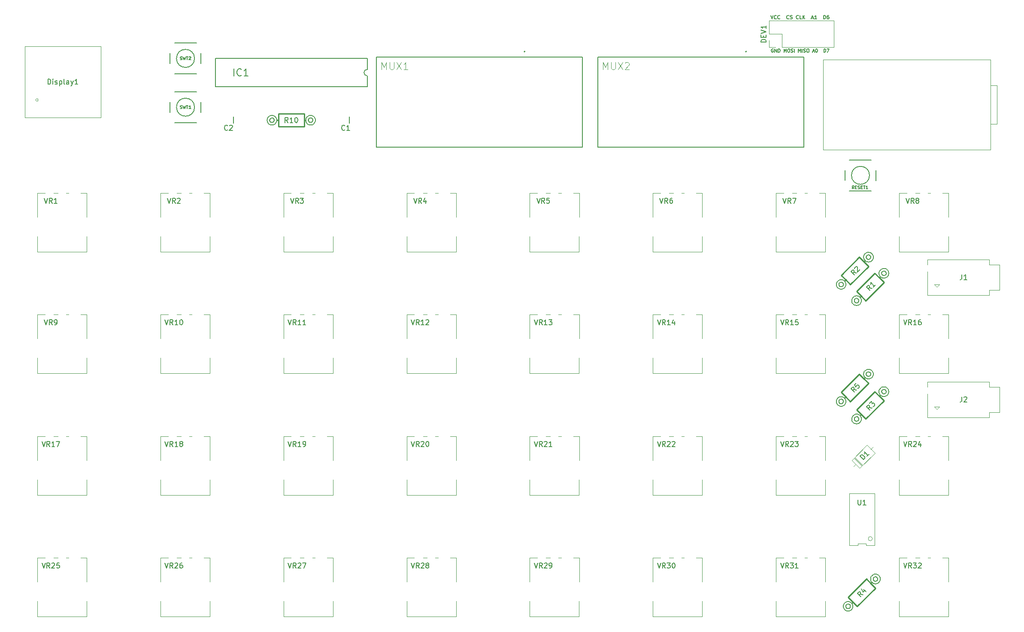
<source format=gbr>
G04 #@! TF.GenerationSoftware,KiCad,Pcbnew,(5.1.8-0-10_14)*
G04 #@! TF.CreationDate,2021-05-03T14:31:50+03:00*
G04 #@! TF.ProjectId,N32B,4e333242-2e6b-4696-9361-645f70636258,V2.1*
G04 #@! TF.SameCoordinates,Original*
G04 #@! TF.FileFunction,Legend,Top*
G04 #@! TF.FilePolarity,Positive*
%FSLAX46Y46*%
G04 Gerber Fmt 4.6, Leading zero omitted, Abs format (unit mm)*
G04 Created by KiCad (PCBNEW (5.1.8-0-10_14)) date 2021-05-03 14:31:50*
%MOMM*%
%LPD*%
G01*
G04 APERTURE LIST*
%ADD10C,0.150000*%
%ADD11C,0.200000*%
%ADD12C,0.127000*%
%ADD13C,0.120000*%
%ADD14C,0.203200*%
%ADD15C,0.254000*%
%ADD16C,0.152400*%
%ADD17C,0.015000*%
G04 APERTURE END LIST*
D10*
X183667666Y-30409000D02*
X183605761Y-30378047D01*
X183512904Y-30378047D01*
X183420047Y-30409000D01*
X183358142Y-30470904D01*
X183327190Y-30532809D01*
X183296238Y-30656619D01*
X183296238Y-30749476D01*
X183327190Y-30873285D01*
X183358142Y-30935190D01*
X183420047Y-30997095D01*
X183512904Y-31028047D01*
X183574809Y-31028047D01*
X183667666Y-30997095D01*
X183698619Y-30966142D01*
X183698619Y-30749476D01*
X183574809Y-30749476D01*
X183977190Y-31028047D02*
X183977190Y-30378047D01*
X184348619Y-31028047D01*
X184348619Y-30378047D01*
X184658142Y-31028047D02*
X184658142Y-30378047D01*
X184812904Y-30378047D01*
X184905761Y-30409000D01*
X184967666Y-30470904D01*
X184998619Y-30532809D01*
X185029571Y-30656619D01*
X185029571Y-30749476D01*
X184998619Y-30873285D01*
X184967666Y-30935190D01*
X184905761Y-30997095D01*
X184812904Y-31028047D01*
X184658142Y-31028047D01*
X185803380Y-31028047D02*
X185803380Y-30378047D01*
X186020047Y-30842333D01*
X186236714Y-30378047D01*
X186236714Y-31028047D01*
X186670047Y-30378047D02*
X186793857Y-30378047D01*
X186855761Y-30409000D01*
X186917666Y-30470904D01*
X186948619Y-30594714D01*
X186948619Y-30811380D01*
X186917666Y-30935190D01*
X186855761Y-30997095D01*
X186793857Y-31028047D01*
X186670047Y-31028047D01*
X186608142Y-30997095D01*
X186546238Y-30935190D01*
X186515285Y-30811380D01*
X186515285Y-30594714D01*
X186546238Y-30470904D01*
X186608142Y-30409000D01*
X186670047Y-30378047D01*
X187196238Y-30997095D02*
X187289095Y-31028047D01*
X187443857Y-31028047D01*
X187505761Y-30997095D01*
X187536714Y-30966142D01*
X187567666Y-30904238D01*
X187567666Y-30842333D01*
X187536714Y-30780428D01*
X187505761Y-30749476D01*
X187443857Y-30718523D01*
X187320047Y-30687571D01*
X187258142Y-30656619D01*
X187227190Y-30625666D01*
X187196238Y-30563761D01*
X187196238Y-30501857D01*
X187227190Y-30439952D01*
X187258142Y-30409000D01*
X187320047Y-30378047D01*
X187474809Y-30378047D01*
X187567666Y-30409000D01*
X187846238Y-31028047D02*
X187846238Y-30378047D01*
X188651000Y-31028047D02*
X188651000Y-30378047D01*
X188867666Y-30842333D01*
X189084333Y-30378047D01*
X189084333Y-31028047D01*
X189393857Y-31028047D02*
X189393857Y-30378047D01*
X189672428Y-30997095D02*
X189765285Y-31028047D01*
X189920047Y-31028047D01*
X189981952Y-30997095D01*
X190012904Y-30966142D01*
X190043857Y-30904238D01*
X190043857Y-30842333D01*
X190012904Y-30780428D01*
X189981952Y-30749476D01*
X189920047Y-30718523D01*
X189796238Y-30687571D01*
X189734333Y-30656619D01*
X189703380Y-30625666D01*
X189672428Y-30563761D01*
X189672428Y-30501857D01*
X189703380Y-30439952D01*
X189734333Y-30409000D01*
X189796238Y-30378047D01*
X189951000Y-30378047D01*
X190043857Y-30409000D01*
X190446238Y-30378047D02*
X190570047Y-30378047D01*
X190631952Y-30409000D01*
X190693857Y-30470904D01*
X190724809Y-30594714D01*
X190724809Y-30811380D01*
X190693857Y-30935190D01*
X190631952Y-30997095D01*
X190570047Y-31028047D01*
X190446238Y-31028047D01*
X190384333Y-30997095D01*
X190322428Y-30935190D01*
X190291476Y-30811380D01*
X190291476Y-30594714D01*
X190322428Y-30470904D01*
X190384333Y-30409000D01*
X190446238Y-30378047D01*
X191467666Y-30842333D02*
X191777190Y-30842333D01*
X191405761Y-31028047D02*
X191622428Y-30378047D01*
X191839095Y-31028047D01*
X192179571Y-30378047D02*
X192241476Y-30378047D01*
X192303380Y-30409000D01*
X192334333Y-30439952D01*
X192365285Y-30501857D01*
X192396238Y-30625666D01*
X192396238Y-30780428D01*
X192365285Y-30904238D01*
X192334333Y-30966142D01*
X192303380Y-30997095D01*
X192241476Y-31028047D01*
X192179571Y-31028047D01*
X192117666Y-30997095D01*
X192086714Y-30966142D01*
X192055761Y-30904238D01*
X192024809Y-30780428D01*
X192024809Y-30625666D01*
X192055761Y-30501857D01*
X192086714Y-30439952D01*
X192117666Y-30409000D01*
X192179571Y-30378047D01*
X193665285Y-31028047D02*
X193665285Y-30378047D01*
X193820047Y-30378047D01*
X193912904Y-30409000D01*
X193974809Y-30470904D01*
X194005761Y-30532809D01*
X194036714Y-30656619D01*
X194036714Y-30749476D01*
X194005761Y-30873285D01*
X193974809Y-30935190D01*
X193912904Y-30997095D01*
X193820047Y-31028047D01*
X193665285Y-31028047D01*
X194253380Y-30378047D02*
X194686714Y-30378047D01*
X194408142Y-31028047D01*
X183192666Y-23746666D02*
X183426000Y-24446666D01*
X183659333Y-23746666D01*
X184292666Y-24380000D02*
X184259333Y-24413333D01*
X184159333Y-24446666D01*
X184092666Y-24446666D01*
X183992666Y-24413333D01*
X183926000Y-24346666D01*
X183892666Y-24280000D01*
X183859333Y-24146666D01*
X183859333Y-24046666D01*
X183892666Y-23913333D01*
X183926000Y-23846666D01*
X183992666Y-23780000D01*
X184092666Y-23746666D01*
X184159333Y-23746666D01*
X184259333Y-23780000D01*
X184292666Y-23813333D01*
X184992666Y-24380000D02*
X184959333Y-24413333D01*
X184859333Y-24446666D01*
X184792666Y-24446666D01*
X184692666Y-24413333D01*
X184626000Y-24346666D01*
X184592666Y-24280000D01*
X184559333Y-24146666D01*
X184559333Y-24046666D01*
X184592666Y-23913333D01*
X184626000Y-23846666D01*
X184692666Y-23780000D01*
X184792666Y-23746666D01*
X184859333Y-23746666D01*
X184959333Y-23780000D01*
X184992666Y-23813333D01*
X186759333Y-24380000D02*
X186726000Y-24413333D01*
X186626000Y-24446666D01*
X186559333Y-24446666D01*
X186459333Y-24413333D01*
X186392666Y-24346666D01*
X186359333Y-24280000D01*
X186326000Y-24146666D01*
X186326000Y-24046666D01*
X186359333Y-23913333D01*
X186392666Y-23846666D01*
X186459333Y-23780000D01*
X186559333Y-23746666D01*
X186626000Y-23746666D01*
X186726000Y-23780000D01*
X186759333Y-23813333D01*
X187026000Y-24413333D02*
X187126000Y-24446666D01*
X187292666Y-24446666D01*
X187359333Y-24413333D01*
X187392666Y-24380000D01*
X187426000Y-24313333D01*
X187426000Y-24246666D01*
X187392666Y-24180000D01*
X187359333Y-24146666D01*
X187292666Y-24113333D01*
X187159333Y-24080000D01*
X187092666Y-24046666D01*
X187059333Y-24013333D01*
X187026000Y-23946666D01*
X187026000Y-23880000D01*
X187059333Y-23813333D01*
X187092666Y-23780000D01*
X187159333Y-23746666D01*
X187326000Y-23746666D01*
X187426000Y-23780000D01*
X188659333Y-24380000D02*
X188626000Y-24413333D01*
X188526000Y-24446666D01*
X188459333Y-24446666D01*
X188359333Y-24413333D01*
X188292666Y-24346666D01*
X188259333Y-24280000D01*
X188226000Y-24146666D01*
X188226000Y-24046666D01*
X188259333Y-23913333D01*
X188292666Y-23846666D01*
X188359333Y-23780000D01*
X188459333Y-23746666D01*
X188526000Y-23746666D01*
X188626000Y-23780000D01*
X188659333Y-23813333D01*
X189292666Y-24446666D02*
X188959333Y-24446666D01*
X188959333Y-23746666D01*
X189526000Y-24446666D02*
X189526000Y-23746666D01*
X189926000Y-24446666D02*
X189626000Y-24046666D01*
X189926000Y-23746666D02*
X189526000Y-24146666D01*
X191259333Y-24246666D02*
X191592666Y-24246666D01*
X191192666Y-24446666D02*
X191426000Y-23746666D01*
X191659333Y-24446666D01*
X192259333Y-24446666D02*
X191859333Y-24446666D01*
X192059333Y-24446666D02*
X192059333Y-23746666D01*
X191992666Y-23846666D01*
X191926000Y-23913333D01*
X191859333Y-23946666D01*
X193626000Y-24446666D02*
X193626000Y-23746666D01*
X193792666Y-23746666D01*
X193892666Y-23780000D01*
X193959333Y-23846666D01*
X193992666Y-23913333D01*
X194026000Y-24046666D01*
X194026000Y-24146666D01*
X193992666Y-24280000D01*
X193959333Y-24346666D01*
X193892666Y-24413333D01*
X193792666Y-24446666D01*
X193626000Y-24446666D01*
X194626000Y-23746666D02*
X194492666Y-23746666D01*
X194426000Y-23780000D01*
X194392666Y-23813333D01*
X194326000Y-23913333D01*
X194292666Y-24046666D01*
X194292666Y-24313333D01*
X194326000Y-24380000D01*
X194359333Y-24413333D01*
X194426000Y-24446666D01*
X194559333Y-24446666D01*
X194626000Y-24413333D01*
X194659333Y-24380000D01*
X194692666Y-24313333D01*
X194692666Y-24146666D01*
X194659333Y-24080000D01*
X194626000Y-24046666D01*
X194559333Y-24013333D01*
X194426000Y-24013333D01*
X194359333Y-24046666D01*
X194326000Y-24080000D01*
X194292666Y-24146666D01*
D11*
X178408000Y-30894000D02*
G75*
G03*
X178408000Y-30894000I-100000J0D01*
G01*
D12*
X189738000Y-32004000D02*
X189738000Y-49784000D01*
X149098000Y-32004000D02*
X189738000Y-32004000D01*
X149098000Y-49784000D02*
X149098000Y-32004000D01*
X189738000Y-49784000D02*
X149098000Y-49784000D01*
D11*
X134720000Y-30894000D02*
G75*
G03*
X134720000Y-30894000I-100000J0D01*
G01*
D12*
X146050000Y-32004000D02*
X146050000Y-49784000D01*
X105410000Y-32004000D02*
X146050000Y-32004000D01*
X105410000Y-49784000D02*
X105410000Y-32004000D01*
X146050000Y-49784000D02*
X105410000Y-49784000D01*
D13*
X195640000Y-30032000D02*
X195640000Y-24832000D01*
X185420000Y-30032000D02*
X195640000Y-30032000D01*
X182820000Y-24832000D02*
X195640000Y-24832000D01*
X185420000Y-30032000D02*
X185420000Y-27432000D01*
X185420000Y-27432000D02*
X182820000Y-27432000D01*
X182820000Y-27432000D02*
X182820000Y-24832000D01*
X184150000Y-30032000D02*
X182820000Y-30032000D01*
X182820000Y-30032000D02*
X182820000Y-28702000D01*
D14*
X77168000Y-43751000D02*
X77168000Y-45021000D01*
X100028000Y-43751000D02*
X100028000Y-45021000D01*
D13*
X38682000Y-40448000D02*
G75*
G03*
X38682000Y-40448000I-254000J0D01*
G01*
X36008000Y-43892000D02*
X36008000Y-29892000D01*
X51008000Y-29892000D02*
X36008000Y-29892000D01*
X51008000Y-43892000D02*
X51008000Y-29892000D01*
X36008000Y-43892000D02*
X51008000Y-43892000D01*
X199176051Y-111540030D02*
X200759970Y-113123949D01*
X200759970Y-113123949D02*
X203758103Y-110125816D01*
X203758103Y-110125816D02*
X202174184Y-108541897D01*
X202174184Y-108541897D02*
X199176051Y-111540030D01*
X199508391Y-112791609D02*
X199968010Y-112331990D01*
X203425763Y-108874237D02*
X202966143Y-109333857D01*
X199685168Y-111030913D02*
X201269087Y-112614832D01*
X199770021Y-110946060D02*
X201353940Y-112529979D01*
X199600315Y-111115766D02*
X201184234Y-112699685D01*
X211722001Y-130820000D02*
X212552001Y-130820000D01*
X214172001Y-130820000D02*
X214702001Y-130820000D01*
X217072001Y-130820000D02*
X218252001Y-130820000D01*
X208512001Y-130820000D02*
X208512001Y-135540000D01*
X218252001Y-139350000D02*
X218252001Y-142410000D01*
X218262001Y-130820000D02*
X218262001Y-135540000D01*
X208512001Y-139350000D02*
X208512001Y-142410000D01*
X208512001Y-130820000D02*
X210002001Y-130820000D01*
X208512001Y-142410000D02*
X218252001Y-142410000D01*
X187436001Y-130820000D02*
X188266001Y-130820000D01*
X189886001Y-130820000D02*
X190416001Y-130820000D01*
X192786001Y-130820000D02*
X193966001Y-130820000D01*
X184226001Y-130820000D02*
X184226001Y-135540000D01*
X193966001Y-139350000D02*
X193966001Y-142410000D01*
X193976001Y-130820000D02*
X193976001Y-135540000D01*
X184226001Y-139350000D02*
X184226001Y-142410000D01*
X184226001Y-130820000D02*
X185716001Y-130820000D01*
X184226001Y-142410000D02*
X193966001Y-142410000D01*
X163150001Y-130820000D02*
X163980001Y-130820000D01*
X165600001Y-130820000D02*
X166130001Y-130820000D01*
X168500001Y-130820000D02*
X169680001Y-130820000D01*
X159940001Y-130820000D02*
X159940001Y-135540000D01*
X169680001Y-139350000D02*
X169680001Y-142410000D01*
X169690001Y-130820000D02*
X169690001Y-135540000D01*
X159940001Y-139350000D02*
X159940001Y-142410000D01*
X159940001Y-130820000D02*
X161430001Y-130820000D01*
X159940001Y-142410000D02*
X169680001Y-142410000D01*
X138864001Y-130820000D02*
X139694001Y-130820000D01*
X141314001Y-130820000D02*
X141844001Y-130820000D01*
X144214001Y-130820000D02*
X145394001Y-130820000D01*
X135654001Y-130820000D02*
X135654001Y-135540000D01*
X145394001Y-139350000D02*
X145394001Y-142410000D01*
X145404001Y-130820000D02*
X145404001Y-135540000D01*
X135654001Y-139350000D02*
X135654001Y-142410000D01*
X135654001Y-130820000D02*
X137144001Y-130820000D01*
X135654001Y-142410000D02*
X145394001Y-142410000D01*
X114578002Y-130820000D02*
X115408002Y-130820000D01*
X117028002Y-130820000D02*
X117558002Y-130820000D01*
X119928002Y-130820000D02*
X121108002Y-130820000D01*
X111368002Y-130820000D02*
X111368002Y-135540000D01*
X121108002Y-139350000D02*
X121108002Y-142410000D01*
X121118002Y-130820000D02*
X121118002Y-135540000D01*
X111368002Y-139350000D02*
X111368002Y-142410000D01*
X111368002Y-130820000D02*
X112858002Y-130820000D01*
X111368002Y-142410000D02*
X121108002Y-142410000D01*
X90292001Y-130820000D02*
X91122001Y-130820000D01*
X92742001Y-130820000D02*
X93272001Y-130820000D01*
X95642001Y-130820000D02*
X96822001Y-130820000D01*
X87082001Y-130820000D02*
X87082001Y-135540000D01*
X96822001Y-139350000D02*
X96822001Y-142410000D01*
X96832001Y-130820000D02*
X96832001Y-135540000D01*
X87082001Y-139350000D02*
X87082001Y-142410000D01*
X87082001Y-130820000D02*
X88572001Y-130820000D01*
X87082001Y-142410000D02*
X96822001Y-142410000D01*
X66006001Y-130820000D02*
X66836001Y-130820000D01*
X68456001Y-130820000D02*
X68986001Y-130820000D01*
X71356001Y-130820000D02*
X72536001Y-130820000D01*
X62796001Y-130820000D02*
X62796001Y-135540000D01*
X72536001Y-139350000D02*
X72536001Y-142410000D01*
X72546001Y-130820000D02*
X72546001Y-135540000D01*
X62796001Y-139350000D02*
X62796001Y-142410000D01*
X62796001Y-130820000D02*
X64286001Y-130820000D01*
X62796001Y-142410000D02*
X72536001Y-142410000D01*
X211722001Y-106819999D02*
X212552001Y-106819999D01*
X214172001Y-106819999D02*
X214702001Y-106819999D01*
X217072001Y-106819999D02*
X218252001Y-106819999D01*
X208512001Y-106819999D02*
X208512001Y-111539999D01*
X218252001Y-115349999D02*
X218252001Y-118409999D01*
X218262001Y-106819999D02*
X218262001Y-111539999D01*
X208512001Y-115349999D02*
X208512001Y-118409999D01*
X208512001Y-106819999D02*
X210002001Y-106819999D01*
X208512001Y-118409999D02*
X218252001Y-118409999D01*
X187436001Y-106819999D02*
X188266001Y-106819999D01*
X189886001Y-106819999D02*
X190416001Y-106819999D01*
X192786001Y-106819999D02*
X193966001Y-106819999D01*
X184226001Y-106819999D02*
X184226001Y-111539999D01*
X193966001Y-115349999D02*
X193966001Y-118409999D01*
X193976001Y-106819999D02*
X193976001Y-111539999D01*
X184226001Y-115349999D02*
X184226001Y-118409999D01*
X184226001Y-106819999D02*
X185716001Y-106819999D01*
X184226001Y-118409999D02*
X193966001Y-118409999D01*
X163150001Y-106819999D02*
X163980001Y-106819999D01*
X165600001Y-106819999D02*
X166130001Y-106819999D01*
X168500001Y-106819999D02*
X169680001Y-106819999D01*
X159940001Y-106819999D02*
X159940001Y-111539999D01*
X169680001Y-115349999D02*
X169680001Y-118409999D01*
X169690001Y-106819999D02*
X169690001Y-111539999D01*
X159940001Y-115349999D02*
X159940001Y-118409999D01*
X159940001Y-106819999D02*
X161430001Y-106819999D01*
X159940001Y-118409999D02*
X169680001Y-118409999D01*
X138864001Y-106819999D02*
X139694001Y-106819999D01*
X141314001Y-106819999D02*
X141844001Y-106819999D01*
X144214001Y-106819999D02*
X145394001Y-106819999D01*
X135654001Y-106819999D02*
X135654001Y-111539999D01*
X145394001Y-115349999D02*
X145394001Y-118409999D01*
X145404001Y-106819999D02*
X145404001Y-111539999D01*
X135654001Y-115349999D02*
X135654001Y-118409999D01*
X135654001Y-106819999D02*
X137144001Y-106819999D01*
X135654001Y-118409999D02*
X145394001Y-118409999D01*
X114578002Y-106819999D02*
X115408002Y-106819999D01*
X117028002Y-106819999D02*
X117558002Y-106819999D01*
X119928002Y-106819999D02*
X121108002Y-106819999D01*
X111368002Y-106819999D02*
X111368002Y-111539999D01*
X121108002Y-115349999D02*
X121108002Y-118409999D01*
X121118002Y-106819999D02*
X121118002Y-111539999D01*
X111368002Y-115349999D02*
X111368002Y-118409999D01*
X111368002Y-106819999D02*
X112858002Y-106819999D01*
X111368002Y-118409999D02*
X121108002Y-118409999D01*
X90292001Y-106819999D02*
X91122001Y-106819999D01*
X92742001Y-106819999D02*
X93272001Y-106819999D01*
X95642001Y-106819999D02*
X96822001Y-106819999D01*
X87082001Y-106819999D02*
X87082001Y-111539999D01*
X96822001Y-115349999D02*
X96822001Y-118409999D01*
X96832001Y-106819999D02*
X96832001Y-111539999D01*
X87082001Y-115349999D02*
X87082001Y-118409999D01*
X87082001Y-106819999D02*
X88572001Y-106819999D01*
X87082001Y-118409999D02*
X96822001Y-118409999D01*
X66006001Y-106819999D02*
X66836001Y-106819999D01*
X68456001Y-106819999D02*
X68986001Y-106819999D01*
X71356001Y-106819999D02*
X72536001Y-106819999D01*
X62796001Y-106819999D02*
X62796001Y-111539999D01*
X72536001Y-115349999D02*
X72536001Y-118409999D01*
X72546001Y-106819999D02*
X72546001Y-111539999D01*
X62796001Y-115349999D02*
X62796001Y-118409999D01*
X62796001Y-106819999D02*
X64286001Y-106819999D01*
X62796001Y-118409999D02*
X72536001Y-118409999D01*
X41720001Y-106819999D02*
X42550001Y-106819999D01*
X44170001Y-106819999D02*
X44700001Y-106819999D01*
X47070001Y-106819999D02*
X48250001Y-106819999D01*
X38510001Y-106819999D02*
X38510001Y-111539999D01*
X48250001Y-115349999D02*
X48250001Y-118409999D01*
X48260001Y-106819999D02*
X48260001Y-111539999D01*
X38510001Y-115349999D02*
X38510001Y-118409999D01*
X38510001Y-106819999D02*
X40000001Y-106819999D01*
X38510001Y-118409999D02*
X48250001Y-118409999D01*
X211722001Y-82819999D02*
X212552001Y-82819999D01*
X214172001Y-82819999D02*
X214702001Y-82819999D01*
X217072001Y-82819999D02*
X218252001Y-82819999D01*
X208512001Y-82819999D02*
X208512001Y-87539999D01*
X218252001Y-91349999D02*
X218252001Y-94409999D01*
X218262001Y-82819999D02*
X218262001Y-87539999D01*
X208512001Y-91349999D02*
X208512001Y-94409999D01*
X208512001Y-82819999D02*
X210002001Y-82819999D01*
X208512001Y-94409999D02*
X218252001Y-94409999D01*
X187436001Y-82819999D02*
X188266001Y-82819999D01*
X189886001Y-82819999D02*
X190416001Y-82819999D01*
X192786001Y-82819999D02*
X193966001Y-82819999D01*
X184226001Y-82819999D02*
X184226001Y-87539999D01*
X193966001Y-91349999D02*
X193966001Y-94409999D01*
X193976001Y-82819999D02*
X193976001Y-87539999D01*
X184226001Y-91349999D02*
X184226001Y-94409999D01*
X184226001Y-82819999D02*
X185716001Y-82819999D01*
X184226001Y-94409999D02*
X193966001Y-94409999D01*
X163150001Y-82819999D02*
X163980001Y-82819999D01*
X165600001Y-82819999D02*
X166130001Y-82819999D01*
X168500001Y-82819999D02*
X169680001Y-82819999D01*
X159940001Y-82819999D02*
X159940001Y-87539999D01*
X169680001Y-91349999D02*
X169680001Y-94409999D01*
X169690001Y-82819999D02*
X169690001Y-87539999D01*
X159940001Y-91349999D02*
X159940001Y-94409999D01*
X159940001Y-82819999D02*
X161430001Y-82819999D01*
X159940001Y-94409999D02*
X169680001Y-94409999D01*
X138864001Y-82819999D02*
X139694001Y-82819999D01*
X141314001Y-82819999D02*
X141844001Y-82819999D01*
X144214001Y-82819999D02*
X145394001Y-82819999D01*
X135654001Y-82819999D02*
X135654001Y-87539999D01*
X145394001Y-91349999D02*
X145394001Y-94409999D01*
X145404001Y-82819999D02*
X145404001Y-87539999D01*
X135654001Y-91349999D02*
X135654001Y-94409999D01*
X135654001Y-82819999D02*
X137144001Y-82819999D01*
X135654001Y-94409999D02*
X145394001Y-94409999D01*
X114578002Y-82819999D02*
X115408002Y-82819999D01*
X117028002Y-82819999D02*
X117558002Y-82819999D01*
X119928002Y-82819999D02*
X121108002Y-82819999D01*
X111368002Y-82819999D02*
X111368002Y-87539999D01*
X121108002Y-91349999D02*
X121108002Y-94409999D01*
X121118002Y-82819999D02*
X121118002Y-87539999D01*
X111368002Y-91349999D02*
X111368002Y-94409999D01*
X111368002Y-82819999D02*
X112858002Y-82819999D01*
X111368002Y-94409999D02*
X121108002Y-94409999D01*
X90292001Y-82819999D02*
X91122001Y-82819999D01*
X92742001Y-82819999D02*
X93272001Y-82819999D01*
X95642001Y-82819999D02*
X96822001Y-82819999D01*
X87082001Y-82819999D02*
X87082001Y-87539999D01*
X96822001Y-91349999D02*
X96822001Y-94409999D01*
X96832001Y-82819999D02*
X96832001Y-87539999D01*
X87082001Y-91349999D02*
X87082001Y-94409999D01*
X87082001Y-82819999D02*
X88572001Y-82819999D01*
X87082001Y-94409999D02*
X96822001Y-94409999D01*
X66006001Y-82819999D02*
X66836001Y-82819999D01*
X68456001Y-82819999D02*
X68986001Y-82819999D01*
X71356001Y-82819999D02*
X72536001Y-82819999D01*
X62796001Y-82819999D02*
X62796001Y-87539999D01*
X72536001Y-91349999D02*
X72536001Y-94409999D01*
X72546001Y-82819999D02*
X72546001Y-87539999D01*
X62796001Y-91349999D02*
X62796001Y-94409999D01*
X62796001Y-82819999D02*
X64286001Y-82819999D01*
X62796001Y-94409999D02*
X72536001Y-94409999D01*
X41720001Y-82819999D02*
X42550001Y-82819999D01*
X44170001Y-82819999D02*
X44700001Y-82819999D01*
X47070001Y-82819999D02*
X48250001Y-82819999D01*
X38510001Y-82819999D02*
X38510001Y-87539999D01*
X48250001Y-91349999D02*
X48250001Y-94409999D01*
X48260001Y-82819999D02*
X48260001Y-87539999D01*
X38510001Y-91349999D02*
X38510001Y-94409999D01*
X38510001Y-82819999D02*
X40000001Y-82819999D01*
X38510001Y-94409999D02*
X48250001Y-94409999D01*
X211722001Y-58820000D02*
X212552001Y-58820000D01*
X214172001Y-58820000D02*
X214702001Y-58820000D01*
X217072001Y-58820000D02*
X218252001Y-58820000D01*
X208512001Y-58820000D02*
X208512001Y-63540000D01*
X218252001Y-67350000D02*
X218252001Y-70410000D01*
X218262001Y-58820000D02*
X218262001Y-63540000D01*
X208512001Y-67350000D02*
X208512001Y-70410000D01*
X208512001Y-58820000D02*
X210002001Y-58820000D01*
X208512001Y-70410000D02*
X218252001Y-70410000D01*
X187436001Y-58820000D02*
X188266001Y-58820000D01*
X189886001Y-58820000D02*
X190416001Y-58820000D01*
X192786001Y-58820000D02*
X193966001Y-58820000D01*
X184226001Y-58820000D02*
X184226001Y-63540000D01*
X193966001Y-67350000D02*
X193966001Y-70410000D01*
X193976001Y-58820000D02*
X193976001Y-63540000D01*
X184226001Y-67350000D02*
X184226001Y-70410000D01*
X184226001Y-58820000D02*
X185716001Y-58820000D01*
X184226001Y-70410000D02*
X193966001Y-70410000D01*
X163150001Y-58820000D02*
X163980001Y-58820000D01*
X165600001Y-58820000D02*
X166130001Y-58820000D01*
X168500001Y-58820000D02*
X169680001Y-58820000D01*
X159940001Y-58820000D02*
X159940001Y-63540000D01*
X169680001Y-67350000D02*
X169680001Y-70410000D01*
X169690001Y-58820000D02*
X169690001Y-63540000D01*
X159940001Y-67350000D02*
X159940001Y-70410000D01*
X159940001Y-58820000D02*
X161430001Y-58820000D01*
X159940001Y-70410000D02*
X169680001Y-70410000D01*
X138864001Y-58820000D02*
X139694001Y-58820000D01*
X141314001Y-58820000D02*
X141844001Y-58820000D01*
X144214001Y-58820000D02*
X145394001Y-58820000D01*
X135654001Y-58820000D02*
X135654001Y-63540000D01*
X145394001Y-67350000D02*
X145394001Y-70410000D01*
X145404001Y-58820000D02*
X145404001Y-63540000D01*
X135654001Y-67350000D02*
X135654001Y-70410000D01*
X135654001Y-58820000D02*
X137144001Y-58820000D01*
X135654001Y-70410000D02*
X145394001Y-70410000D01*
X114578002Y-58820000D02*
X115408002Y-58820000D01*
X117028002Y-58820000D02*
X117558002Y-58820000D01*
X119928002Y-58820000D02*
X121108002Y-58820000D01*
X111368002Y-58820000D02*
X111368002Y-63540000D01*
X121108002Y-67350000D02*
X121108002Y-70410000D01*
X121118002Y-58820000D02*
X121118002Y-63540000D01*
X111368002Y-67350000D02*
X111368002Y-70410000D01*
X111368002Y-58820000D02*
X112858002Y-58820000D01*
X111368002Y-70410000D02*
X121108002Y-70410000D01*
X66006001Y-58820000D02*
X66836001Y-58820000D01*
X68456001Y-58820000D02*
X68986001Y-58820000D01*
X71356001Y-58820000D02*
X72536001Y-58820000D01*
X62796001Y-58820000D02*
X62796001Y-63540000D01*
X72536001Y-67350000D02*
X72536001Y-70410000D01*
X72546001Y-58820000D02*
X72546001Y-63540000D01*
X62796001Y-67350000D02*
X62796001Y-70410000D01*
X62796001Y-58820000D02*
X64286001Y-58820000D01*
X62796001Y-70410000D02*
X72536001Y-70410000D01*
X90292001Y-58820000D02*
X91122001Y-58820000D01*
X92742001Y-58820000D02*
X93272001Y-58820000D01*
X95642001Y-58820000D02*
X96822001Y-58820000D01*
X87082001Y-58820000D02*
X87082001Y-63540000D01*
X96822001Y-67350000D02*
X96822001Y-70410000D01*
X96832001Y-58820000D02*
X96832001Y-63540000D01*
X87082001Y-67350000D02*
X87082001Y-70410000D01*
X87082001Y-58820000D02*
X88572001Y-58820000D01*
X87082001Y-70410000D02*
X96822001Y-70410000D01*
X41720001Y-130820000D02*
X42550001Y-130820000D01*
X44170001Y-130820000D02*
X44700001Y-130820000D01*
X47070001Y-130820000D02*
X48250001Y-130820000D01*
X38510001Y-130820000D02*
X38510001Y-135540000D01*
X48250001Y-139350000D02*
X48250001Y-142410000D01*
X48260001Y-130820000D02*
X48260001Y-135540000D01*
X38510001Y-139350000D02*
X38510001Y-142410000D01*
X38510001Y-130820000D02*
X40000001Y-130820000D01*
X38510001Y-142410000D02*
X48250001Y-142410000D01*
X41720001Y-58820000D02*
X42550001Y-58820000D01*
X44170001Y-58820000D02*
X44700001Y-58820000D01*
X47070001Y-58820000D02*
X48250001Y-58820000D01*
X38510001Y-58820000D02*
X38510001Y-63540000D01*
X48250001Y-67350000D02*
X48250001Y-70410000D01*
X48260001Y-58820000D02*
X48260001Y-63540000D01*
X38510001Y-67350000D02*
X38510001Y-70410000D01*
X38510001Y-58820000D02*
X40000001Y-58820000D01*
X38510001Y-70410000D02*
X48250001Y-70410000D01*
X203690699Y-128325400D02*
X203690700Y-118105400D01*
X203690700Y-118105400D02*
X198670701Y-118105400D01*
X198670701Y-118105400D02*
X198670700Y-128325400D01*
X198670700Y-128325400D02*
X200344034Y-128325400D01*
X200344034Y-128325400D02*
X200344034Y-127965400D01*
X200344034Y-127965400D02*
X202017366Y-127965400D01*
X202017366Y-127965400D02*
X202017366Y-128325400D01*
X202017366Y-128325400D02*
X203690699Y-128325400D01*
X203238298Y-127025400D02*
G75*
G03*
X203238298Y-127025400I-406598J0D01*
G01*
D15*
X197076923Y-75066026D02*
X200669026Y-71473923D01*
X200669026Y-71473923D02*
X201567051Y-72371949D01*
X201567051Y-72371949D02*
X202465077Y-73269974D01*
X202465077Y-73269974D02*
X198872974Y-76862077D01*
X198872974Y-76862077D02*
X197974949Y-75964051D01*
X197974949Y-75964051D02*
X197076923Y-75066026D01*
X201567051Y-72371949D02*
X201746656Y-72192344D01*
X197974949Y-75964051D02*
X197795344Y-76143656D01*
D12*
X203138596Y-72136666D02*
X202996708Y-72253409D01*
X202996708Y-72253409D02*
X202835063Y-72343212D01*
X202835063Y-72343212D02*
X202660846Y-72398890D01*
X202660846Y-72398890D02*
X202475853Y-72418646D01*
X202475853Y-72418646D02*
X202292656Y-72404278D01*
X202292656Y-72404278D02*
X202114847Y-72352192D01*
X202114847Y-72352192D02*
X201951406Y-72267778D01*
X201951406Y-72267778D02*
X201805926Y-72151034D01*
X201805926Y-72151034D02*
X201699959Y-72027107D01*
X201699959Y-72027107D02*
X201611953Y-71881627D01*
X201611953Y-71881627D02*
X201552683Y-71725370D01*
X201552683Y-71725370D02*
X201520354Y-71560134D01*
X201520354Y-71560134D02*
X201520354Y-71391305D01*
X201520354Y-71391305D02*
X201547295Y-71227864D01*
X201547295Y-71227864D02*
X201602972Y-71068016D01*
X201602972Y-71068016D02*
X201685591Y-70920739D01*
X201685591Y-70920739D02*
X201789762Y-70791424D01*
X201789762Y-70791424D02*
X201920873Y-70685457D01*
X201920873Y-70685457D02*
X202068150Y-70602838D01*
X202068150Y-70602838D02*
X202227998Y-70547161D01*
X202227998Y-70547161D02*
X202393235Y-70522016D01*
X202393235Y-70522016D02*
X202560268Y-70523812D01*
X202560268Y-70523812D02*
X202725504Y-70556141D01*
X202725504Y-70556141D02*
X202883557Y-70613615D01*
X202883557Y-70613615D02*
X203029037Y-70701621D01*
X203029037Y-70701621D02*
X203154761Y-70809384D01*
X203154761Y-70809384D02*
X203267912Y-70951272D01*
X203267912Y-70951272D02*
X203352326Y-71114713D01*
X203352326Y-71114713D02*
X203404412Y-71292522D01*
X203404412Y-71292522D02*
X203420576Y-71473923D01*
X203420576Y-71473923D02*
X203400820Y-71658916D01*
X203400820Y-71658916D02*
X203345142Y-71833133D01*
X203345142Y-71833133D02*
X203257135Y-71992982D01*
X203257135Y-71992982D02*
X203138596Y-72136666D01*
X202777590Y-71779252D02*
X202702156Y-71840318D01*
X202702156Y-71840318D02*
X202615945Y-71883423D01*
X202615945Y-71883423D02*
X202522550Y-71908568D01*
X202522550Y-71908568D02*
X202423768Y-71910364D01*
X202423768Y-71910364D02*
X202328577Y-71890607D01*
X202328577Y-71890607D02*
X202240570Y-71849298D01*
X202240570Y-71849298D02*
X202163340Y-71793620D01*
X202163340Y-71793620D02*
X202098682Y-71714594D01*
X202098682Y-71714594D02*
X202051985Y-71624791D01*
X202051985Y-71624791D02*
X202028636Y-71526009D01*
X202028636Y-71526009D02*
X202025044Y-71421838D01*
X202025044Y-71421838D02*
X202044801Y-71323055D01*
X202044801Y-71323055D02*
X202087906Y-71229660D01*
X202087906Y-71229660D02*
X202148972Y-71150634D01*
X202148972Y-71150634D02*
X202229794Y-71087772D01*
X202229794Y-71087772D02*
X202319597Y-71044667D01*
X202319597Y-71044667D02*
X202418380Y-71024910D01*
X202418380Y-71024910D02*
X202518958Y-71024910D01*
X202518958Y-71024910D02*
X202615945Y-71050055D01*
X202615945Y-71050055D02*
X202707544Y-71094956D01*
X202707544Y-71094956D02*
X202781182Y-71157818D01*
X202781182Y-71157818D02*
X202844044Y-71235048D01*
X202844044Y-71235048D02*
X202885353Y-71323055D01*
X202885353Y-71323055D02*
X202906905Y-71420042D01*
X202906905Y-71420042D02*
X202905109Y-71518824D01*
X202905109Y-71518824D02*
X202881761Y-71614015D01*
X202881761Y-71614015D02*
X202840452Y-71702022D01*
X202840452Y-71702022D02*
X202777590Y-71779252D01*
X197752238Y-77533800D02*
X197610350Y-77650543D01*
X197610350Y-77650543D02*
X197448706Y-77740346D01*
X197448706Y-77740346D02*
X197274489Y-77796023D01*
X197274489Y-77796023D02*
X197089496Y-77815780D01*
X197089496Y-77815780D02*
X196906298Y-77801412D01*
X196906298Y-77801412D02*
X196728489Y-77749326D01*
X196728489Y-77749326D02*
X196565049Y-77664912D01*
X196565049Y-77664912D02*
X196419568Y-77548168D01*
X196419568Y-77548168D02*
X196313601Y-77424241D01*
X196313601Y-77424241D02*
X196225595Y-77278761D01*
X196225595Y-77278761D02*
X196166325Y-77122504D01*
X196166325Y-77122504D02*
X196133996Y-76957268D01*
X196133996Y-76957268D02*
X196133996Y-76788439D01*
X196133996Y-76788439D02*
X196160937Y-76624998D01*
X196160937Y-76624998D02*
X196216615Y-76465150D01*
X196216615Y-76465150D02*
X196299233Y-76317873D01*
X196299233Y-76317873D02*
X196403404Y-76188558D01*
X196403404Y-76188558D02*
X196534516Y-76082591D01*
X196534516Y-76082591D02*
X196681792Y-75999972D01*
X196681792Y-75999972D02*
X196841640Y-75944295D01*
X196841640Y-75944295D02*
X197006877Y-75919150D01*
X197006877Y-75919150D02*
X197173910Y-75920946D01*
X197173910Y-75920946D02*
X197339147Y-75953275D01*
X197339147Y-75953275D02*
X197497199Y-76010749D01*
X197497199Y-76010749D02*
X197642679Y-76098755D01*
X197642679Y-76098755D02*
X197768403Y-76206518D01*
X197768403Y-76206518D02*
X197881554Y-76348406D01*
X197881554Y-76348406D02*
X197965969Y-76511847D01*
X197965969Y-76511847D02*
X198018054Y-76689656D01*
X198018054Y-76689656D02*
X198034218Y-76871057D01*
X198034218Y-76871057D02*
X198014462Y-77056050D01*
X198014462Y-77056050D02*
X197958784Y-77230267D01*
X197958784Y-77230267D02*
X197870778Y-77390116D01*
X197870778Y-77390116D02*
X197752238Y-77533800D01*
X197391232Y-77176386D02*
X197315798Y-77237452D01*
X197315798Y-77237452D02*
X197229588Y-77280557D01*
X197229588Y-77280557D02*
X197136193Y-77305701D01*
X197136193Y-77305701D02*
X197037410Y-77307498D01*
X197037410Y-77307498D02*
X196942219Y-77287741D01*
X196942219Y-77287741D02*
X196854213Y-77246432D01*
X196854213Y-77246432D02*
X196775187Y-77188958D01*
X196775187Y-77188958D02*
X196712325Y-77111728D01*
X196712325Y-77111728D02*
X196665627Y-77021925D01*
X196665627Y-77021925D02*
X196642279Y-76923143D01*
X196642279Y-76923143D02*
X196638687Y-76818972D01*
X196638687Y-76818972D02*
X196658443Y-76720189D01*
X196658443Y-76720189D02*
X196701548Y-76626794D01*
X196701548Y-76626794D02*
X196762614Y-76547768D01*
X196762614Y-76547768D02*
X196843437Y-76484906D01*
X196843437Y-76484906D02*
X196933239Y-76441801D01*
X196933239Y-76441801D02*
X197032022Y-76422044D01*
X197032022Y-76422044D02*
X197132601Y-76422044D01*
X197132601Y-76422044D02*
X197229588Y-76447189D01*
X197229588Y-76447189D02*
X197321186Y-76492090D01*
X197321186Y-76492090D02*
X197394824Y-76554952D01*
X197394824Y-76554952D02*
X197457686Y-76632182D01*
X197457686Y-76632182D02*
X197498995Y-76720189D01*
X197498995Y-76720189D02*
X197520548Y-76817176D01*
X197520548Y-76817176D02*
X197518752Y-76915958D01*
X197518752Y-76915958D02*
X197495403Y-77011149D01*
X197495403Y-77011149D02*
X197454094Y-77099156D01*
X197454094Y-77099156D02*
X197391232Y-77176386D01*
D15*
X205513077Y-76444974D02*
X201920974Y-80037077D01*
X201920974Y-80037077D02*
X201022949Y-79139051D01*
X201022949Y-79139051D02*
X200124923Y-78241026D01*
X200124923Y-78241026D02*
X203717026Y-74648923D01*
X203717026Y-74648923D02*
X204615051Y-75546949D01*
X204615051Y-75546949D02*
X205513077Y-76444974D01*
X201022949Y-79139051D02*
X200843344Y-79318656D01*
X204615051Y-75546949D02*
X204794656Y-75367344D01*
D12*
X199451404Y-79374334D02*
X199593292Y-79257591D01*
X199593292Y-79257591D02*
X199754937Y-79167788D01*
X199754937Y-79167788D02*
X199929154Y-79112110D01*
X199929154Y-79112110D02*
X200114147Y-79092354D01*
X200114147Y-79092354D02*
X200297344Y-79106722D01*
X200297344Y-79106722D02*
X200475153Y-79158808D01*
X200475153Y-79158808D02*
X200638594Y-79243222D01*
X200638594Y-79243222D02*
X200784074Y-79359966D01*
X200784074Y-79359966D02*
X200890041Y-79483893D01*
X200890041Y-79483893D02*
X200978047Y-79629373D01*
X200978047Y-79629373D02*
X201037317Y-79785630D01*
X201037317Y-79785630D02*
X201069646Y-79950866D01*
X201069646Y-79950866D02*
X201069646Y-80119695D01*
X201069646Y-80119695D02*
X201042705Y-80283136D01*
X201042705Y-80283136D02*
X200987028Y-80442984D01*
X200987028Y-80442984D02*
X200904409Y-80590261D01*
X200904409Y-80590261D02*
X200800238Y-80719576D01*
X200800238Y-80719576D02*
X200669127Y-80825543D01*
X200669127Y-80825543D02*
X200521850Y-80908162D01*
X200521850Y-80908162D02*
X200362002Y-80963839D01*
X200362002Y-80963839D02*
X200196765Y-80988984D01*
X200196765Y-80988984D02*
X200029732Y-80987188D01*
X200029732Y-80987188D02*
X199864496Y-80954859D01*
X199864496Y-80954859D02*
X199706443Y-80897385D01*
X199706443Y-80897385D02*
X199560963Y-80809379D01*
X199560963Y-80809379D02*
X199435239Y-80701616D01*
X199435239Y-80701616D02*
X199322088Y-80559728D01*
X199322088Y-80559728D02*
X199237674Y-80396287D01*
X199237674Y-80396287D02*
X199185588Y-80218478D01*
X199185588Y-80218478D02*
X199169424Y-80037077D01*
X199169424Y-80037077D02*
X199189180Y-79852084D01*
X199189180Y-79852084D02*
X199244858Y-79677867D01*
X199244858Y-79677867D02*
X199332865Y-79518018D01*
X199332865Y-79518018D02*
X199451404Y-79374334D01*
X199812410Y-79731748D02*
X199887844Y-79670682D01*
X199887844Y-79670682D02*
X199974055Y-79627577D01*
X199974055Y-79627577D02*
X200067450Y-79602432D01*
X200067450Y-79602432D02*
X200166232Y-79600636D01*
X200166232Y-79600636D02*
X200261423Y-79620393D01*
X200261423Y-79620393D02*
X200349430Y-79661702D01*
X200349430Y-79661702D02*
X200426660Y-79717380D01*
X200426660Y-79717380D02*
X200491318Y-79796406D01*
X200491318Y-79796406D02*
X200538015Y-79886209D01*
X200538015Y-79886209D02*
X200561364Y-79984991D01*
X200561364Y-79984991D02*
X200564956Y-80089162D01*
X200564956Y-80089162D02*
X200545199Y-80187945D01*
X200545199Y-80187945D02*
X200502094Y-80281340D01*
X200502094Y-80281340D02*
X200441028Y-80360366D01*
X200441028Y-80360366D02*
X200360206Y-80423228D01*
X200360206Y-80423228D02*
X200270403Y-80466333D01*
X200270403Y-80466333D02*
X200171620Y-80486090D01*
X200171620Y-80486090D02*
X200071042Y-80486090D01*
X200071042Y-80486090D02*
X199974055Y-80460945D01*
X199974055Y-80460945D02*
X199882456Y-80416044D01*
X199882456Y-80416044D02*
X199808818Y-80353182D01*
X199808818Y-80353182D02*
X199745956Y-80275952D01*
X199745956Y-80275952D02*
X199704647Y-80187945D01*
X199704647Y-80187945D02*
X199683095Y-80090958D01*
X199683095Y-80090958D02*
X199684891Y-79992176D01*
X199684891Y-79992176D02*
X199708239Y-79896985D01*
X199708239Y-79896985D02*
X199749548Y-79808978D01*
X199749548Y-79808978D02*
X199812410Y-79731748D01*
X204837762Y-73977200D02*
X204979650Y-73860457D01*
X204979650Y-73860457D02*
X205141294Y-73770654D01*
X205141294Y-73770654D02*
X205315511Y-73714977D01*
X205315511Y-73714977D02*
X205500504Y-73695220D01*
X205500504Y-73695220D02*
X205683702Y-73709588D01*
X205683702Y-73709588D02*
X205861511Y-73761674D01*
X205861511Y-73761674D02*
X206024951Y-73846088D01*
X206024951Y-73846088D02*
X206170432Y-73962832D01*
X206170432Y-73962832D02*
X206276399Y-74086759D01*
X206276399Y-74086759D02*
X206364405Y-74232239D01*
X206364405Y-74232239D02*
X206423675Y-74388496D01*
X206423675Y-74388496D02*
X206456004Y-74553732D01*
X206456004Y-74553732D02*
X206456004Y-74722561D01*
X206456004Y-74722561D02*
X206429063Y-74886002D01*
X206429063Y-74886002D02*
X206373385Y-75045850D01*
X206373385Y-75045850D02*
X206290767Y-75193127D01*
X206290767Y-75193127D02*
X206186596Y-75322442D01*
X206186596Y-75322442D02*
X206055484Y-75428409D01*
X206055484Y-75428409D02*
X205908208Y-75511028D01*
X205908208Y-75511028D02*
X205748360Y-75566705D01*
X205748360Y-75566705D02*
X205583123Y-75591850D01*
X205583123Y-75591850D02*
X205416090Y-75590054D01*
X205416090Y-75590054D02*
X205250853Y-75557725D01*
X205250853Y-75557725D02*
X205092801Y-75500251D01*
X205092801Y-75500251D02*
X204947321Y-75412245D01*
X204947321Y-75412245D02*
X204821597Y-75304482D01*
X204821597Y-75304482D02*
X204708446Y-75162594D01*
X204708446Y-75162594D02*
X204624031Y-74999153D01*
X204624031Y-74999153D02*
X204571946Y-74821344D01*
X204571946Y-74821344D02*
X204555782Y-74639943D01*
X204555782Y-74639943D02*
X204575538Y-74454950D01*
X204575538Y-74454950D02*
X204631216Y-74280733D01*
X204631216Y-74280733D02*
X204719222Y-74120884D01*
X204719222Y-74120884D02*
X204837762Y-73977200D01*
X205198768Y-74334614D02*
X205274202Y-74273548D01*
X205274202Y-74273548D02*
X205360412Y-74230443D01*
X205360412Y-74230443D02*
X205453807Y-74205299D01*
X205453807Y-74205299D02*
X205552590Y-74203502D01*
X205552590Y-74203502D02*
X205647781Y-74223259D01*
X205647781Y-74223259D02*
X205735787Y-74264568D01*
X205735787Y-74264568D02*
X205814813Y-74322042D01*
X205814813Y-74322042D02*
X205877675Y-74399272D01*
X205877675Y-74399272D02*
X205924373Y-74489075D01*
X205924373Y-74489075D02*
X205947721Y-74587857D01*
X205947721Y-74587857D02*
X205951313Y-74692028D01*
X205951313Y-74692028D02*
X205931557Y-74790811D01*
X205931557Y-74790811D02*
X205888452Y-74884206D01*
X205888452Y-74884206D02*
X205827386Y-74963232D01*
X205827386Y-74963232D02*
X205746563Y-75026094D01*
X205746563Y-75026094D02*
X205656761Y-75069199D01*
X205656761Y-75069199D02*
X205557978Y-75088956D01*
X205557978Y-75088956D02*
X205457399Y-75088956D01*
X205457399Y-75088956D02*
X205360412Y-75063811D01*
X205360412Y-75063811D02*
X205268814Y-75018910D01*
X205268814Y-75018910D02*
X205195176Y-74956048D01*
X205195176Y-74956048D02*
X205132314Y-74878818D01*
X205132314Y-74878818D02*
X205091005Y-74790811D01*
X205091005Y-74790811D02*
X205069452Y-74693824D01*
X205069452Y-74693824D02*
X205071248Y-74595042D01*
X205071248Y-74595042D02*
X205094597Y-74499851D01*
X205094597Y-74499851D02*
X205135906Y-74411844D01*
X205135906Y-74411844D02*
X205198768Y-74334614D01*
D15*
X91138000Y-45716000D02*
X86058000Y-45716000D01*
X86058000Y-45716000D02*
X86058000Y-44446000D01*
X86058000Y-44446000D02*
X86058000Y-43176000D01*
X86058000Y-43176000D02*
X91138000Y-43176000D01*
X91138000Y-43176000D02*
X91138000Y-44446000D01*
X91138000Y-44446000D02*
X91138000Y-45716000D01*
X86058000Y-44446000D02*
X85804000Y-44446000D01*
X91138000Y-44446000D02*
X91392000Y-44446000D01*
D12*
X84780380Y-43501120D02*
X84963260Y-43518900D01*
X84963260Y-43518900D02*
X85141060Y-43569700D01*
X85141060Y-43569700D02*
X85303620Y-43653520D01*
X85303620Y-43653520D02*
X85448400Y-43770360D01*
X85448400Y-43770360D02*
X85567780Y-43910060D01*
X85567780Y-43910060D02*
X85656680Y-44072620D01*
X85656680Y-44072620D02*
X85712560Y-44247880D01*
X85712560Y-44247880D02*
X85732880Y-44433300D01*
X85732880Y-44433300D02*
X85720180Y-44595860D01*
X85720180Y-44595860D02*
X85679540Y-44760960D01*
X85679540Y-44760960D02*
X85610960Y-44913360D01*
X85610960Y-44913360D02*
X85516980Y-45053060D01*
X85516980Y-45053060D02*
X85397600Y-45172440D01*
X85397600Y-45172440D02*
X85262980Y-45268960D01*
X85262980Y-45268960D02*
X85110580Y-45342620D01*
X85110580Y-45342620D02*
X84948020Y-45388340D01*
X84948020Y-45388340D02*
X84782920Y-45406120D01*
X84782920Y-45406120D02*
X84615280Y-45388340D01*
X84615280Y-45388340D02*
X84452720Y-45342620D01*
X84452720Y-45342620D02*
X84300320Y-45268960D01*
X84300320Y-45268960D02*
X84165700Y-45169900D01*
X84165700Y-45169900D02*
X84048860Y-45050520D01*
X84048860Y-45050520D02*
X83954880Y-44910820D01*
X83954880Y-44910820D02*
X83883760Y-44758420D01*
X83883760Y-44758420D02*
X83843120Y-44593320D01*
X83843120Y-44593320D02*
X83830420Y-44428220D01*
X83830420Y-44428220D02*
X83850740Y-44247880D01*
X83850740Y-44247880D02*
X83906620Y-44072620D01*
X83906620Y-44072620D02*
X83995520Y-43910060D01*
X83995520Y-43910060D02*
X84112360Y-43770360D01*
X84112360Y-43770360D02*
X84257140Y-43653520D01*
X84257140Y-43653520D02*
X84419700Y-43569700D01*
X84419700Y-43569700D02*
X84594960Y-43518900D01*
X84594960Y-43518900D02*
X84780380Y-43501120D01*
X84782920Y-44009120D02*
X84879440Y-44019280D01*
X84879440Y-44019280D02*
X84970880Y-44049760D01*
X84970880Y-44049760D02*
X85054700Y-44098020D01*
X85054700Y-44098020D02*
X85125820Y-44166600D01*
X85125820Y-44166600D02*
X85179160Y-44247880D01*
X85179160Y-44247880D02*
X85212180Y-44339320D01*
X85212180Y-44339320D02*
X85227420Y-44433300D01*
X85227420Y-44433300D02*
X85217260Y-44534900D01*
X85217260Y-44534900D02*
X85186780Y-44631420D01*
X85186780Y-44631420D02*
X85133440Y-44717780D01*
X85133440Y-44717780D02*
X85062320Y-44793980D01*
X85062320Y-44793980D02*
X84978500Y-44849860D01*
X84978500Y-44849860D02*
X84881980Y-44885420D01*
X84881980Y-44885420D02*
X84782920Y-44898120D01*
X84782920Y-44898120D02*
X84681320Y-44885420D01*
X84681320Y-44885420D02*
X84587340Y-44852400D01*
X84587340Y-44852400D02*
X84503520Y-44796520D01*
X84503520Y-44796520D02*
X84432400Y-44725400D01*
X84432400Y-44725400D02*
X84381600Y-44639040D01*
X84381600Y-44639040D02*
X84348580Y-44542520D01*
X84348580Y-44542520D02*
X84340960Y-44446000D01*
X84340960Y-44446000D02*
X84351120Y-44346940D01*
X84351120Y-44346940D02*
X84384140Y-44255500D01*
X84384140Y-44255500D02*
X84437480Y-44171680D01*
X84437480Y-44171680D02*
X84508600Y-44103100D01*
X84508600Y-44103100D02*
X84592420Y-44052300D01*
X84592420Y-44052300D02*
X84683860Y-44019280D01*
X84683860Y-44019280D02*
X84782920Y-44009120D01*
X92405460Y-43493500D02*
X92588340Y-43511280D01*
X92588340Y-43511280D02*
X92766140Y-43562080D01*
X92766140Y-43562080D02*
X92928700Y-43645900D01*
X92928700Y-43645900D02*
X93073480Y-43762740D01*
X93073480Y-43762740D02*
X93192860Y-43902440D01*
X93192860Y-43902440D02*
X93281760Y-44065000D01*
X93281760Y-44065000D02*
X93337640Y-44240260D01*
X93337640Y-44240260D02*
X93357960Y-44425680D01*
X93357960Y-44425680D02*
X93345260Y-44588240D01*
X93345260Y-44588240D02*
X93304620Y-44753340D01*
X93304620Y-44753340D02*
X93236040Y-44905740D01*
X93236040Y-44905740D02*
X93142060Y-45045440D01*
X93142060Y-45045440D02*
X93022680Y-45164820D01*
X93022680Y-45164820D02*
X92888060Y-45261340D01*
X92888060Y-45261340D02*
X92735660Y-45335000D01*
X92735660Y-45335000D02*
X92573100Y-45380720D01*
X92573100Y-45380720D02*
X92408000Y-45398500D01*
X92408000Y-45398500D02*
X92240360Y-45380720D01*
X92240360Y-45380720D02*
X92077800Y-45335000D01*
X92077800Y-45335000D02*
X91925400Y-45261340D01*
X91925400Y-45261340D02*
X91790780Y-45162280D01*
X91790780Y-45162280D02*
X91673940Y-45042900D01*
X91673940Y-45042900D02*
X91579960Y-44903200D01*
X91579960Y-44903200D02*
X91508840Y-44750800D01*
X91508840Y-44750800D02*
X91468200Y-44585700D01*
X91468200Y-44585700D02*
X91455500Y-44420600D01*
X91455500Y-44420600D02*
X91475820Y-44240260D01*
X91475820Y-44240260D02*
X91531700Y-44065000D01*
X91531700Y-44065000D02*
X91620600Y-43902440D01*
X91620600Y-43902440D02*
X91737440Y-43762740D01*
X91737440Y-43762740D02*
X91882220Y-43645900D01*
X91882220Y-43645900D02*
X92044780Y-43562080D01*
X92044780Y-43562080D02*
X92220040Y-43511280D01*
X92220040Y-43511280D02*
X92405460Y-43493500D01*
X92408000Y-44001500D02*
X92504520Y-44011660D01*
X92504520Y-44011660D02*
X92595960Y-44042140D01*
X92595960Y-44042140D02*
X92679780Y-44090400D01*
X92679780Y-44090400D02*
X92750900Y-44158980D01*
X92750900Y-44158980D02*
X92804240Y-44240260D01*
X92804240Y-44240260D02*
X92837260Y-44331700D01*
X92837260Y-44331700D02*
X92852500Y-44428220D01*
X92852500Y-44428220D02*
X92842340Y-44527280D01*
X92842340Y-44527280D02*
X92811860Y-44623800D01*
X92811860Y-44623800D02*
X92758520Y-44710160D01*
X92758520Y-44710160D02*
X92687400Y-44786360D01*
X92687400Y-44786360D02*
X92603580Y-44842240D01*
X92603580Y-44842240D02*
X92507060Y-44877800D01*
X92507060Y-44877800D02*
X92408000Y-44890500D01*
X92408000Y-44890500D02*
X92306400Y-44877800D01*
X92306400Y-44877800D02*
X92212420Y-44844780D01*
X92212420Y-44844780D02*
X92128600Y-44788900D01*
X92128600Y-44788900D02*
X92057480Y-44717780D01*
X92057480Y-44717780D02*
X92006680Y-44631420D01*
X92006680Y-44631420D02*
X91973660Y-44534900D01*
X91973660Y-44534900D02*
X91966040Y-44438380D01*
X91966040Y-44438380D02*
X91976200Y-44339320D01*
X91976200Y-44339320D02*
X92009220Y-44247880D01*
X92009220Y-44247880D02*
X92062560Y-44164060D01*
X92062560Y-44164060D02*
X92133680Y-44095480D01*
X92133680Y-44095480D02*
X92217500Y-44044680D01*
X92217500Y-44044680D02*
X92308940Y-44011660D01*
X92308940Y-44011660D02*
X92408000Y-44001500D01*
D15*
X205513077Y-99803974D02*
X201920974Y-103396077D01*
X201920974Y-103396077D02*
X201022949Y-102498051D01*
X201022949Y-102498051D02*
X200124923Y-101600026D01*
X200124923Y-101600026D02*
X203717026Y-98007923D01*
X203717026Y-98007923D02*
X204615051Y-98905949D01*
X204615051Y-98905949D02*
X205513077Y-99803974D01*
X201022949Y-102498051D02*
X200843344Y-102677656D01*
X204615051Y-98905949D02*
X204794656Y-98726344D01*
D12*
X199451404Y-102733334D02*
X199593292Y-102616591D01*
X199593292Y-102616591D02*
X199754937Y-102526788D01*
X199754937Y-102526788D02*
X199929154Y-102471110D01*
X199929154Y-102471110D02*
X200114147Y-102451354D01*
X200114147Y-102451354D02*
X200297344Y-102465722D01*
X200297344Y-102465722D02*
X200475153Y-102517808D01*
X200475153Y-102517808D02*
X200638594Y-102602222D01*
X200638594Y-102602222D02*
X200784074Y-102718966D01*
X200784074Y-102718966D02*
X200890041Y-102842893D01*
X200890041Y-102842893D02*
X200978047Y-102988373D01*
X200978047Y-102988373D02*
X201037317Y-103144630D01*
X201037317Y-103144630D02*
X201069646Y-103309866D01*
X201069646Y-103309866D02*
X201069646Y-103478695D01*
X201069646Y-103478695D02*
X201042705Y-103642136D01*
X201042705Y-103642136D02*
X200987028Y-103801984D01*
X200987028Y-103801984D02*
X200904409Y-103949261D01*
X200904409Y-103949261D02*
X200800238Y-104078576D01*
X200800238Y-104078576D02*
X200669127Y-104184543D01*
X200669127Y-104184543D02*
X200521850Y-104267162D01*
X200521850Y-104267162D02*
X200362002Y-104322839D01*
X200362002Y-104322839D02*
X200196765Y-104347984D01*
X200196765Y-104347984D02*
X200029732Y-104346188D01*
X200029732Y-104346188D02*
X199864496Y-104313859D01*
X199864496Y-104313859D02*
X199706443Y-104256385D01*
X199706443Y-104256385D02*
X199560963Y-104168379D01*
X199560963Y-104168379D02*
X199435239Y-104060616D01*
X199435239Y-104060616D02*
X199322088Y-103918728D01*
X199322088Y-103918728D02*
X199237674Y-103755287D01*
X199237674Y-103755287D02*
X199185588Y-103577478D01*
X199185588Y-103577478D02*
X199169424Y-103396077D01*
X199169424Y-103396077D02*
X199189180Y-103211084D01*
X199189180Y-103211084D02*
X199244858Y-103036867D01*
X199244858Y-103036867D02*
X199332865Y-102877018D01*
X199332865Y-102877018D02*
X199451404Y-102733334D01*
X199812410Y-103090748D02*
X199887844Y-103029682D01*
X199887844Y-103029682D02*
X199974055Y-102986577D01*
X199974055Y-102986577D02*
X200067450Y-102961432D01*
X200067450Y-102961432D02*
X200166232Y-102959636D01*
X200166232Y-102959636D02*
X200261423Y-102979393D01*
X200261423Y-102979393D02*
X200349430Y-103020702D01*
X200349430Y-103020702D02*
X200426660Y-103076380D01*
X200426660Y-103076380D02*
X200491318Y-103155406D01*
X200491318Y-103155406D02*
X200538015Y-103245209D01*
X200538015Y-103245209D02*
X200561364Y-103343991D01*
X200561364Y-103343991D02*
X200564956Y-103448162D01*
X200564956Y-103448162D02*
X200545199Y-103546945D01*
X200545199Y-103546945D02*
X200502094Y-103640340D01*
X200502094Y-103640340D02*
X200441028Y-103719366D01*
X200441028Y-103719366D02*
X200360206Y-103782228D01*
X200360206Y-103782228D02*
X200270403Y-103825333D01*
X200270403Y-103825333D02*
X200171620Y-103845090D01*
X200171620Y-103845090D02*
X200071042Y-103845090D01*
X200071042Y-103845090D02*
X199974055Y-103819945D01*
X199974055Y-103819945D02*
X199882456Y-103775044D01*
X199882456Y-103775044D02*
X199808818Y-103712182D01*
X199808818Y-103712182D02*
X199745956Y-103634952D01*
X199745956Y-103634952D02*
X199704647Y-103546945D01*
X199704647Y-103546945D02*
X199683095Y-103449958D01*
X199683095Y-103449958D02*
X199684891Y-103351176D01*
X199684891Y-103351176D02*
X199708239Y-103255985D01*
X199708239Y-103255985D02*
X199749548Y-103167978D01*
X199749548Y-103167978D02*
X199812410Y-103090748D01*
X204837762Y-97336200D02*
X204979650Y-97219457D01*
X204979650Y-97219457D02*
X205141294Y-97129654D01*
X205141294Y-97129654D02*
X205315511Y-97073977D01*
X205315511Y-97073977D02*
X205500504Y-97054220D01*
X205500504Y-97054220D02*
X205683702Y-97068588D01*
X205683702Y-97068588D02*
X205861511Y-97120674D01*
X205861511Y-97120674D02*
X206024951Y-97205088D01*
X206024951Y-97205088D02*
X206170432Y-97321832D01*
X206170432Y-97321832D02*
X206276399Y-97445759D01*
X206276399Y-97445759D02*
X206364405Y-97591239D01*
X206364405Y-97591239D02*
X206423675Y-97747496D01*
X206423675Y-97747496D02*
X206456004Y-97912732D01*
X206456004Y-97912732D02*
X206456004Y-98081561D01*
X206456004Y-98081561D02*
X206429063Y-98245002D01*
X206429063Y-98245002D02*
X206373385Y-98404850D01*
X206373385Y-98404850D02*
X206290767Y-98552127D01*
X206290767Y-98552127D02*
X206186596Y-98681442D01*
X206186596Y-98681442D02*
X206055484Y-98787409D01*
X206055484Y-98787409D02*
X205908208Y-98870028D01*
X205908208Y-98870028D02*
X205748360Y-98925705D01*
X205748360Y-98925705D02*
X205583123Y-98950850D01*
X205583123Y-98950850D02*
X205416090Y-98949054D01*
X205416090Y-98949054D02*
X205250853Y-98916725D01*
X205250853Y-98916725D02*
X205092801Y-98859251D01*
X205092801Y-98859251D02*
X204947321Y-98771245D01*
X204947321Y-98771245D02*
X204821597Y-98663482D01*
X204821597Y-98663482D02*
X204708446Y-98521594D01*
X204708446Y-98521594D02*
X204624031Y-98358153D01*
X204624031Y-98358153D02*
X204571946Y-98180344D01*
X204571946Y-98180344D02*
X204555782Y-97998943D01*
X204555782Y-97998943D02*
X204575538Y-97813950D01*
X204575538Y-97813950D02*
X204631216Y-97639733D01*
X204631216Y-97639733D02*
X204719222Y-97479884D01*
X204719222Y-97479884D02*
X204837762Y-97336200D01*
X205198768Y-97693614D02*
X205274202Y-97632548D01*
X205274202Y-97632548D02*
X205360412Y-97589443D01*
X205360412Y-97589443D02*
X205453807Y-97564299D01*
X205453807Y-97564299D02*
X205552590Y-97562502D01*
X205552590Y-97562502D02*
X205647781Y-97582259D01*
X205647781Y-97582259D02*
X205735787Y-97623568D01*
X205735787Y-97623568D02*
X205814813Y-97681042D01*
X205814813Y-97681042D02*
X205877675Y-97758272D01*
X205877675Y-97758272D02*
X205924373Y-97848075D01*
X205924373Y-97848075D02*
X205947721Y-97946857D01*
X205947721Y-97946857D02*
X205951313Y-98051028D01*
X205951313Y-98051028D02*
X205931557Y-98149811D01*
X205931557Y-98149811D02*
X205888452Y-98243206D01*
X205888452Y-98243206D02*
X205827386Y-98322232D01*
X205827386Y-98322232D02*
X205746563Y-98385094D01*
X205746563Y-98385094D02*
X205656761Y-98428199D01*
X205656761Y-98428199D02*
X205557978Y-98447956D01*
X205557978Y-98447956D02*
X205457399Y-98447956D01*
X205457399Y-98447956D02*
X205360412Y-98422811D01*
X205360412Y-98422811D02*
X205268814Y-98377910D01*
X205268814Y-98377910D02*
X205195176Y-98315048D01*
X205195176Y-98315048D02*
X205132314Y-98237818D01*
X205132314Y-98237818D02*
X205091005Y-98149811D01*
X205091005Y-98149811D02*
X205069452Y-98052824D01*
X205069452Y-98052824D02*
X205071248Y-97954042D01*
X205071248Y-97954042D02*
X205094597Y-97858851D01*
X205094597Y-97858851D02*
X205135906Y-97770844D01*
X205135906Y-97770844D02*
X205198768Y-97693614D01*
D15*
X203842077Y-136778974D02*
X200249974Y-140371077D01*
X200249974Y-140371077D02*
X199351949Y-139473051D01*
X199351949Y-139473051D02*
X198453923Y-138575026D01*
X198453923Y-138575026D02*
X202046026Y-134982923D01*
X202046026Y-134982923D02*
X202944051Y-135880949D01*
X202944051Y-135880949D02*
X203842077Y-136778974D01*
X199351949Y-139473051D02*
X199172344Y-139652656D01*
X202944051Y-135880949D02*
X203123656Y-135701344D01*
D12*
X197780404Y-139708334D02*
X197922292Y-139591591D01*
X197922292Y-139591591D02*
X198083937Y-139501788D01*
X198083937Y-139501788D02*
X198258154Y-139446110D01*
X198258154Y-139446110D02*
X198443147Y-139426354D01*
X198443147Y-139426354D02*
X198626344Y-139440722D01*
X198626344Y-139440722D02*
X198804153Y-139492808D01*
X198804153Y-139492808D02*
X198967594Y-139577222D01*
X198967594Y-139577222D02*
X199113074Y-139693966D01*
X199113074Y-139693966D02*
X199219041Y-139817893D01*
X199219041Y-139817893D02*
X199307047Y-139963373D01*
X199307047Y-139963373D02*
X199366317Y-140119630D01*
X199366317Y-140119630D02*
X199398646Y-140284866D01*
X199398646Y-140284866D02*
X199398646Y-140453695D01*
X199398646Y-140453695D02*
X199371705Y-140617136D01*
X199371705Y-140617136D02*
X199316028Y-140776984D01*
X199316028Y-140776984D02*
X199233409Y-140924261D01*
X199233409Y-140924261D02*
X199129238Y-141053576D01*
X199129238Y-141053576D02*
X198998127Y-141159543D01*
X198998127Y-141159543D02*
X198850850Y-141242162D01*
X198850850Y-141242162D02*
X198691002Y-141297839D01*
X198691002Y-141297839D02*
X198525765Y-141322984D01*
X198525765Y-141322984D02*
X198358732Y-141321188D01*
X198358732Y-141321188D02*
X198193496Y-141288859D01*
X198193496Y-141288859D02*
X198035443Y-141231385D01*
X198035443Y-141231385D02*
X197889963Y-141143379D01*
X197889963Y-141143379D02*
X197764239Y-141035616D01*
X197764239Y-141035616D02*
X197651088Y-140893728D01*
X197651088Y-140893728D02*
X197566674Y-140730287D01*
X197566674Y-140730287D02*
X197514588Y-140552478D01*
X197514588Y-140552478D02*
X197498424Y-140371077D01*
X197498424Y-140371077D02*
X197518180Y-140186084D01*
X197518180Y-140186084D02*
X197573858Y-140011867D01*
X197573858Y-140011867D02*
X197661865Y-139852018D01*
X197661865Y-139852018D02*
X197780404Y-139708334D01*
X198141410Y-140065748D02*
X198216844Y-140004682D01*
X198216844Y-140004682D02*
X198303055Y-139961577D01*
X198303055Y-139961577D02*
X198396450Y-139936432D01*
X198396450Y-139936432D02*
X198495232Y-139934636D01*
X198495232Y-139934636D02*
X198590423Y-139954393D01*
X198590423Y-139954393D02*
X198678430Y-139995702D01*
X198678430Y-139995702D02*
X198755660Y-140051380D01*
X198755660Y-140051380D02*
X198820318Y-140130406D01*
X198820318Y-140130406D02*
X198867015Y-140220209D01*
X198867015Y-140220209D02*
X198890364Y-140318991D01*
X198890364Y-140318991D02*
X198893956Y-140423162D01*
X198893956Y-140423162D02*
X198874199Y-140521945D01*
X198874199Y-140521945D02*
X198831094Y-140615340D01*
X198831094Y-140615340D02*
X198770028Y-140694366D01*
X198770028Y-140694366D02*
X198689206Y-140757228D01*
X198689206Y-140757228D02*
X198599403Y-140800333D01*
X198599403Y-140800333D02*
X198500620Y-140820090D01*
X198500620Y-140820090D02*
X198400042Y-140820090D01*
X198400042Y-140820090D02*
X198303055Y-140794945D01*
X198303055Y-140794945D02*
X198211456Y-140750044D01*
X198211456Y-140750044D02*
X198137818Y-140687182D01*
X198137818Y-140687182D02*
X198074956Y-140609952D01*
X198074956Y-140609952D02*
X198033647Y-140521945D01*
X198033647Y-140521945D02*
X198012095Y-140424958D01*
X198012095Y-140424958D02*
X198013891Y-140326176D01*
X198013891Y-140326176D02*
X198037239Y-140230985D01*
X198037239Y-140230985D02*
X198078548Y-140142978D01*
X198078548Y-140142978D02*
X198141410Y-140065748D01*
X203166762Y-134311200D02*
X203308650Y-134194457D01*
X203308650Y-134194457D02*
X203470294Y-134104654D01*
X203470294Y-134104654D02*
X203644511Y-134048977D01*
X203644511Y-134048977D02*
X203829504Y-134029220D01*
X203829504Y-134029220D02*
X204012702Y-134043588D01*
X204012702Y-134043588D02*
X204190511Y-134095674D01*
X204190511Y-134095674D02*
X204353951Y-134180088D01*
X204353951Y-134180088D02*
X204499432Y-134296832D01*
X204499432Y-134296832D02*
X204605399Y-134420759D01*
X204605399Y-134420759D02*
X204693405Y-134566239D01*
X204693405Y-134566239D02*
X204752675Y-134722496D01*
X204752675Y-134722496D02*
X204785004Y-134887732D01*
X204785004Y-134887732D02*
X204785004Y-135056561D01*
X204785004Y-135056561D02*
X204758063Y-135220002D01*
X204758063Y-135220002D02*
X204702385Y-135379850D01*
X204702385Y-135379850D02*
X204619767Y-135527127D01*
X204619767Y-135527127D02*
X204515596Y-135656442D01*
X204515596Y-135656442D02*
X204384484Y-135762409D01*
X204384484Y-135762409D02*
X204237208Y-135845028D01*
X204237208Y-135845028D02*
X204077360Y-135900705D01*
X204077360Y-135900705D02*
X203912123Y-135925850D01*
X203912123Y-135925850D02*
X203745090Y-135924054D01*
X203745090Y-135924054D02*
X203579853Y-135891725D01*
X203579853Y-135891725D02*
X203421801Y-135834251D01*
X203421801Y-135834251D02*
X203276321Y-135746245D01*
X203276321Y-135746245D02*
X203150597Y-135638482D01*
X203150597Y-135638482D02*
X203037446Y-135496594D01*
X203037446Y-135496594D02*
X202953031Y-135333153D01*
X202953031Y-135333153D02*
X202900946Y-135155344D01*
X202900946Y-135155344D02*
X202884782Y-134973943D01*
X202884782Y-134973943D02*
X202904538Y-134788950D01*
X202904538Y-134788950D02*
X202960216Y-134614733D01*
X202960216Y-134614733D02*
X203048222Y-134454884D01*
X203048222Y-134454884D02*
X203166762Y-134311200D01*
X203527768Y-134668614D02*
X203603202Y-134607548D01*
X203603202Y-134607548D02*
X203689412Y-134564443D01*
X203689412Y-134564443D02*
X203782807Y-134539299D01*
X203782807Y-134539299D02*
X203881590Y-134537502D01*
X203881590Y-134537502D02*
X203976781Y-134557259D01*
X203976781Y-134557259D02*
X204064787Y-134598568D01*
X204064787Y-134598568D02*
X204143813Y-134656042D01*
X204143813Y-134656042D02*
X204206675Y-134733272D01*
X204206675Y-134733272D02*
X204253373Y-134823075D01*
X204253373Y-134823075D02*
X204276721Y-134921857D01*
X204276721Y-134921857D02*
X204280313Y-135026028D01*
X204280313Y-135026028D02*
X204260557Y-135124811D01*
X204260557Y-135124811D02*
X204217452Y-135218206D01*
X204217452Y-135218206D02*
X204156386Y-135297232D01*
X204156386Y-135297232D02*
X204075563Y-135360094D01*
X204075563Y-135360094D02*
X203985761Y-135403199D01*
X203985761Y-135403199D02*
X203886978Y-135422956D01*
X203886978Y-135422956D02*
X203786399Y-135422956D01*
X203786399Y-135422956D02*
X203689412Y-135397811D01*
X203689412Y-135397811D02*
X203597814Y-135352910D01*
X203597814Y-135352910D02*
X203524176Y-135290048D01*
X203524176Y-135290048D02*
X203461314Y-135212818D01*
X203461314Y-135212818D02*
X203420005Y-135124811D01*
X203420005Y-135124811D02*
X203398452Y-135027824D01*
X203398452Y-135027824D02*
X203400248Y-134929042D01*
X203400248Y-134929042D02*
X203423597Y-134833851D01*
X203423597Y-134833851D02*
X203464906Y-134745844D01*
X203464906Y-134745844D02*
X203527768Y-134668614D01*
D15*
X197076923Y-98150026D02*
X200669026Y-94557923D01*
X200669026Y-94557923D02*
X201567051Y-95455949D01*
X201567051Y-95455949D02*
X202465077Y-96353974D01*
X202465077Y-96353974D02*
X198872974Y-99946077D01*
X198872974Y-99946077D02*
X197974949Y-99048051D01*
X197974949Y-99048051D02*
X197076923Y-98150026D01*
X201567051Y-95455949D02*
X201746656Y-95276344D01*
X197974949Y-99048051D02*
X197795344Y-99227656D01*
D12*
X203138596Y-95220666D02*
X202996708Y-95337409D01*
X202996708Y-95337409D02*
X202835063Y-95427212D01*
X202835063Y-95427212D02*
X202660846Y-95482890D01*
X202660846Y-95482890D02*
X202475853Y-95502646D01*
X202475853Y-95502646D02*
X202292656Y-95488278D01*
X202292656Y-95488278D02*
X202114847Y-95436192D01*
X202114847Y-95436192D02*
X201951406Y-95351778D01*
X201951406Y-95351778D02*
X201805926Y-95235034D01*
X201805926Y-95235034D02*
X201699959Y-95111107D01*
X201699959Y-95111107D02*
X201611953Y-94965627D01*
X201611953Y-94965627D02*
X201552683Y-94809370D01*
X201552683Y-94809370D02*
X201520354Y-94644134D01*
X201520354Y-94644134D02*
X201520354Y-94475305D01*
X201520354Y-94475305D02*
X201547295Y-94311864D01*
X201547295Y-94311864D02*
X201602972Y-94152016D01*
X201602972Y-94152016D02*
X201685591Y-94004739D01*
X201685591Y-94004739D02*
X201789762Y-93875424D01*
X201789762Y-93875424D02*
X201920873Y-93769457D01*
X201920873Y-93769457D02*
X202068150Y-93686838D01*
X202068150Y-93686838D02*
X202227998Y-93631161D01*
X202227998Y-93631161D02*
X202393235Y-93606016D01*
X202393235Y-93606016D02*
X202560268Y-93607812D01*
X202560268Y-93607812D02*
X202725504Y-93640141D01*
X202725504Y-93640141D02*
X202883557Y-93697615D01*
X202883557Y-93697615D02*
X203029037Y-93785621D01*
X203029037Y-93785621D02*
X203154761Y-93893384D01*
X203154761Y-93893384D02*
X203267912Y-94035272D01*
X203267912Y-94035272D02*
X203352326Y-94198713D01*
X203352326Y-94198713D02*
X203404412Y-94376522D01*
X203404412Y-94376522D02*
X203420576Y-94557923D01*
X203420576Y-94557923D02*
X203400820Y-94742916D01*
X203400820Y-94742916D02*
X203345142Y-94917133D01*
X203345142Y-94917133D02*
X203257135Y-95076982D01*
X203257135Y-95076982D02*
X203138596Y-95220666D01*
X202777590Y-94863252D02*
X202702156Y-94924318D01*
X202702156Y-94924318D02*
X202615945Y-94967423D01*
X202615945Y-94967423D02*
X202522550Y-94992568D01*
X202522550Y-94992568D02*
X202423768Y-94994364D01*
X202423768Y-94994364D02*
X202328577Y-94974607D01*
X202328577Y-94974607D02*
X202240570Y-94933298D01*
X202240570Y-94933298D02*
X202163340Y-94877620D01*
X202163340Y-94877620D02*
X202098682Y-94798594D01*
X202098682Y-94798594D02*
X202051985Y-94708791D01*
X202051985Y-94708791D02*
X202028636Y-94610009D01*
X202028636Y-94610009D02*
X202025044Y-94505838D01*
X202025044Y-94505838D02*
X202044801Y-94407055D01*
X202044801Y-94407055D02*
X202087906Y-94313660D01*
X202087906Y-94313660D02*
X202148972Y-94234634D01*
X202148972Y-94234634D02*
X202229794Y-94171772D01*
X202229794Y-94171772D02*
X202319597Y-94128667D01*
X202319597Y-94128667D02*
X202418380Y-94108910D01*
X202418380Y-94108910D02*
X202518958Y-94108910D01*
X202518958Y-94108910D02*
X202615945Y-94134055D01*
X202615945Y-94134055D02*
X202707544Y-94178956D01*
X202707544Y-94178956D02*
X202781182Y-94241818D01*
X202781182Y-94241818D02*
X202844044Y-94319048D01*
X202844044Y-94319048D02*
X202885353Y-94407055D01*
X202885353Y-94407055D02*
X202906905Y-94504042D01*
X202906905Y-94504042D02*
X202905109Y-94602824D01*
X202905109Y-94602824D02*
X202881761Y-94698015D01*
X202881761Y-94698015D02*
X202840452Y-94786022D01*
X202840452Y-94786022D02*
X202777590Y-94863252D01*
X197752238Y-100617800D02*
X197610350Y-100734543D01*
X197610350Y-100734543D02*
X197448706Y-100824346D01*
X197448706Y-100824346D02*
X197274489Y-100880023D01*
X197274489Y-100880023D02*
X197089496Y-100899780D01*
X197089496Y-100899780D02*
X196906298Y-100885412D01*
X196906298Y-100885412D02*
X196728489Y-100833326D01*
X196728489Y-100833326D02*
X196565049Y-100748912D01*
X196565049Y-100748912D02*
X196419568Y-100632168D01*
X196419568Y-100632168D02*
X196313601Y-100508241D01*
X196313601Y-100508241D02*
X196225595Y-100362761D01*
X196225595Y-100362761D02*
X196166325Y-100206504D01*
X196166325Y-100206504D02*
X196133996Y-100041268D01*
X196133996Y-100041268D02*
X196133996Y-99872439D01*
X196133996Y-99872439D02*
X196160937Y-99708998D01*
X196160937Y-99708998D02*
X196216615Y-99549150D01*
X196216615Y-99549150D02*
X196299233Y-99401873D01*
X196299233Y-99401873D02*
X196403404Y-99272558D01*
X196403404Y-99272558D02*
X196534516Y-99166591D01*
X196534516Y-99166591D02*
X196681792Y-99083972D01*
X196681792Y-99083972D02*
X196841640Y-99028295D01*
X196841640Y-99028295D02*
X197006877Y-99003150D01*
X197006877Y-99003150D02*
X197173910Y-99004946D01*
X197173910Y-99004946D02*
X197339147Y-99037275D01*
X197339147Y-99037275D02*
X197497199Y-99094749D01*
X197497199Y-99094749D02*
X197642679Y-99182755D01*
X197642679Y-99182755D02*
X197768403Y-99290518D01*
X197768403Y-99290518D02*
X197881554Y-99432406D01*
X197881554Y-99432406D02*
X197965969Y-99595847D01*
X197965969Y-99595847D02*
X198018054Y-99773656D01*
X198018054Y-99773656D02*
X198034218Y-99955057D01*
X198034218Y-99955057D02*
X198014462Y-100140050D01*
X198014462Y-100140050D02*
X197958784Y-100314267D01*
X197958784Y-100314267D02*
X197870778Y-100474116D01*
X197870778Y-100474116D02*
X197752238Y-100617800D01*
X197391232Y-100260386D02*
X197315798Y-100321452D01*
X197315798Y-100321452D02*
X197229588Y-100364557D01*
X197229588Y-100364557D02*
X197136193Y-100389701D01*
X197136193Y-100389701D02*
X197037410Y-100391498D01*
X197037410Y-100391498D02*
X196942219Y-100371741D01*
X196942219Y-100371741D02*
X196854213Y-100330432D01*
X196854213Y-100330432D02*
X196775187Y-100272958D01*
X196775187Y-100272958D02*
X196712325Y-100195728D01*
X196712325Y-100195728D02*
X196665627Y-100105925D01*
X196665627Y-100105925D02*
X196642279Y-100007143D01*
X196642279Y-100007143D02*
X196638687Y-99902972D01*
X196638687Y-99902972D02*
X196658443Y-99804189D01*
X196658443Y-99804189D02*
X196701548Y-99710794D01*
X196701548Y-99710794D02*
X196762614Y-99631768D01*
X196762614Y-99631768D02*
X196843437Y-99568906D01*
X196843437Y-99568906D02*
X196933239Y-99525801D01*
X196933239Y-99525801D02*
X197032022Y-99506044D01*
X197032022Y-99506044D02*
X197132601Y-99506044D01*
X197132601Y-99506044D02*
X197229588Y-99531189D01*
X197229588Y-99531189D02*
X197321186Y-99576090D01*
X197321186Y-99576090D02*
X197394824Y-99638952D01*
X197394824Y-99638952D02*
X197457686Y-99716182D01*
X197457686Y-99716182D02*
X197498995Y-99804189D01*
X197498995Y-99804189D02*
X197520548Y-99901176D01*
X197520548Y-99901176D02*
X197518752Y-99999958D01*
X197518752Y-99999958D02*
X197495403Y-100095149D01*
X197495403Y-100095149D02*
X197454094Y-100183156D01*
X197454094Y-100183156D02*
X197391232Y-100260386D01*
D13*
X214118000Y-78938000D02*
X214118000Y-74338000D01*
X214168000Y-78938000D02*
X214118000Y-78938000D01*
X214118000Y-71938000D02*
X214118000Y-72938000D01*
X214218000Y-71938000D02*
X214118000Y-71938000D01*
X216468000Y-76838000D02*
X215968000Y-77338000D01*
X215468000Y-76838000D02*
X216468000Y-76838000D01*
X215968000Y-77338000D02*
X215468000Y-76838000D01*
X226318000Y-78938000D02*
X214168000Y-78938000D01*
X226318000Y-72938000D02*
X226318000Y-71938000D01*
X226318000Y-78938000D02*
X226318000Y-77938000D01*
X228318000Y-72938000D02*
X228318000Y-77938000D01*
X226318000Y-71938000D02*
X214218000Y-71938000D01*
X226318000Y-72938000D02*
X228318000Y-72938000D01*
X226318000Y-77938000D02*
X228318000Y-77938000D01*
D16*
X103584000Y-34417000D02*
X103584000Y-32258000D01*
X73612000Y-32258000D02*
X73612000Y-37846000D01*
X103584000Y-32258000D02*
X73612000Y-32258000D01*
X103584000Y-37846000D02*
X73612000Y-37846000D01*
X103584000Y-37846000D02*
X103584000Y-35687000D01*
X103584000Y-35687000D02*
G75*
G02*
X103584000Y-34417000I0J635000D01*
G01*
D14*
X65575180Y-44922440D02*
X69893180Y-44922440D01*
X69893180Y-38826440D02*
X65575180Y-38826440D01*
X64686180Y-42870120D02*
X64686180Y-40858440D01*
X70782180Y-42900600D02*
X70782180Y-40858440D01*
X69512180Y-41874440D02*
G75*
G03*
X69512180Y-41874440I-1778000J0D01*
G01*
X65572640Y-35298380D02*
X69890640Y-35298380D01*
X69890640Y-29202380D02*
X65572640Y-29202380D01*
X64683640Y-33246060D02*
X64683640Y-31234380D01*
X70779640Y-33276540D02*
X70779640Y-31234380D01*
X69509640Y-32250380D02*
G75*
G03*
X69509640Y-32250380I-1778000J0D01*
G01*
D13*
X226558000Y-50272000D02*
X226558000Y-32502000D01*
X226558000Y-32502000D02*
X193548000Y-32502000D01*
X193548000Y-32502000D02*
X193548000Y-50272000D01*
X193548000Y-50272000D02*
X226538000Y-50272000D01*
X226568000Y-37582000D02*
X227848000Y-37582000D01*
X227848000Y-37582000D02*
X227848000Y-45212000D01*
X227848000Y-45212000D02*
X226568000Y-45212000D01*
X226318000Y-102068000D02*
X228318000Y-102068000D01*
X226318000Y-97068000D02*
X228318000Y-97068000D01*
X226318000Y-96068000D02*
X214218000Y-96068000D01*
X228318000Y-97068000D02*
X228318000Y-102068000D01*
X226318000Y-103068000D02*
X226318000Y-102068000D01*
X226318000Y-97068000D02*
X226318000Y-96068000D01*
X226318000Y-103068000D02*
X214168000Y-103068000D01*
X215968000Y-101468000D02*
X215468000Y-100968000D01*
X215468000Y-100968000D02*
X216468000Y-100968000D01*
X216468000Y-100968000D02*
X215968000Y-101468000D01*
X214218000Y-96068000D02*
X214118000Y-96068000D01*
X214118000Y-96068000D02*
X214118000Y-97068000D01*
X214168000Y-103068000D02*
X214118000Y-103068000D01*
X214118000Y-103068000D02*
X214118000Y-98468000D01*
D14*
X202666600Y-55321200D02*
G75*
G03*
X202666600Y-55321200I-1778000J0D01*
G01*
X203936600Y-56347360D02*
X203936600Y-54305200D01*
X197840600Y-56316880D02*
X197840600Y-54305200D01*
X203047600Y-52273200D02*
X198729600Y-52273200D01*
X198729600Y-58369200D02*
X203047600Y-58369200D01*
D17*
X150120666Y-34415333D02*
X150120666Y-33015333D01*
X150587333Y-34015333D01*
X151054000Y-33015333D01*
X151054000Y-34415333D01*
X151720666Y-33015333D02*
X151720666Y-34148666D01*
X151787333Y-34282000D01*
X151854000Y-34348666D01*
X151987333Y-34415333D01*
X152254000Y-34415333D01*
X152387333Y-34348666D01*
X152454000Y-34282000D01*
X152520666Y-34148666D01*
X152520666Y-33015333D01*
X153054000Y-33015333D02*
X153987333Y-34415333D01*
X153987333Y-33015333D02*
X153054000Y-34415333D01*
X154454000Y-33148666D02*
X154520666Y-33082000D01*
X154654000Y-33015333D01*
X154987333Y-33015333D01*
X155120666Y-33082000D01*
X155187333Y-33148666D01*
X155254000Y-33282000D01*
X155254000Y-33415333D01*
X155187333Y-33615333D01*
X154387333Y-34415333D01*
X155254000Y-34415333D01*
X106432666Y-34415333D02*
X106432666Y-33015333D01*
X106899333Y-34015333D01*
X107366000Y-33015333D01*
X107366000Y-34415333D01*
X108032666Y-33015333D02*
X108032666Y-34148666D01*
X108099333Y-34282000D01*
X108166000Y-34348666D01*
X108299333Y-34415333D01*
X108566000Y-34415333D01*
X108699333Y-34348666D01*
X108766000Y-34282000D01*
X108832666Y-34148666D01*
X108832666Y-33015333D01*
X109366000Y-33015333D02*
X110299333Y-34415333D01*
X110299333Y-33015333D02*
X109366000Y-34415333D01*
X111566000Y-34415333D02*
X110766000Y-34415333D01*
X111166000Y-34415333D02*
X111166000Y-33015333D01*
X111032666Y-33215333D01*
X110899333Y-33348666D01*
X110766000Y-33415333D01*
D10*
X182272380Y-29051047D02*
X181272380Y-29051047D01*
X181272380Y-28812952D01*
X181320000Y-28670095D01*
X181415238Y-28574857D01*
X181510476Y-28527238D01*
X181700952Y-28479619D01*
X181843809Y-28479619D01*
X182034285Y-28527238D01*
X182129523Y-28574857D01*
X182224761Y-28670095D01*
X182272380Y-28812952D01*
X182272380Y-29051047D01*
X181748571Y-28051047D02*
X181748571Y-27717714D01*
X182272380Y-27574857D02*
X182272380Y-28051047D01*
X181272380Y-28051047D01*
X181272380Y-27574857D01*
X181272380Y-27289142D02*
X182272380Y-26955809D01*
X181272380Y-26622476D01*
X182272380Y-25765333D02*
X182272380Y-26336761D01*
X182272380Y-26051047D02*
X181272380Y-26051047D01*
X181415238Y-26146285D01*
X181510476Y-26241523D01*
X181558095Y-26336761D01*
D12*
X76033333Y-46331142D02*
X75985714Y-46378761D01*
X75842857Y-46426380D01*
X75747619Y-46426380D01*
X75604761Y-46378761D01*
X75509523Y-46283523D01*
X75461904Y-46188285D01*
X75414285Y-45997809D01*
X75414285Y-45854952D01*
X75461904Y-45664476D01*
X75509523Y-45569238D01*
X75604761Y-45474000D01*
X75747619Y-45426380D01*
X75842857Y-45426380D01*
X75985714Y-45474000D01*
X76033333Y-45521619D01*
X76414285Y-45521619D02*
X76461904Y-45474000D01*
X76557142Y-45426380D01*
X76795238Y-45426380D01*
X76890476Y-45474000D01*
X76938095Y-45521619D01*
X76985714Y-45616857D01*
X76985714Y-45712095D01*
X76938095Y-45854952D01*
X76366666Y-46426380D01*
X76985714Y-46426380D01*
X99147333Y-46331142D02*
X99099714Y-46378761D01*
X98956857Y-46426380D01*
X98861619Y-46426380D01*
X98718761Y-46378761D01*
X98623523Y-46283523D01*
X98575904Y-46188285D01*
X98528285Y-45997809D01*
X98528285Y-45854952D01*
X98575904Y-45664476D01*
X98623523Y-45569238D01*
X98718761Y-45474000D01*
X98861619Y-45426380D01*
X98956857Y-45426380D01*
X99099714Y-45474000D01*
X99147333Y-45521619D01*
X100099714Y-46426380D02*
X99528285Y-46426380D01*
X99814000Y-46426380D02*
X99814000Y-45426380D01*
X99718761Y-45569238D01*
X99623523Y-45664476D01*
X99528285Y-45712095D01*
D10*
X40579428Y-37344380D02*
X40579428Y-36344380D01*
X40817523Y-36344380D01*
X40960380Y-36392000D01*
X41055619Y-36487238D01*
X41103238Y-36582476D01*
X41150857Y-36772952D01*
X41150857Y-36915809D01*
X41103238Y-37106285D01*
X41055619Y-37201523D01*
X40960380Y-37296761D01*
X40817523Y-37344380D01*
X40579428Y-37344380D01*
X41579428Y-37344380D02*
X41579428Y-36677714D01*
X41579428Y-36344380D02*
X41531809Y-36392000D01*
X41579428Y-36439619D01*
X41627047Y-36392000D01*
X41579428Y-36344380D01*
X41579428Y-36439619D01*
X42008000Y-37296761D02*
X42103238Y-37344380D01*
X42293714Y-37344380D01*
X42388952Y-37296761D01*
X42436571Y-37201523D01*
X42436571Y-37153904D01*
X42388952Y-37058666D01*
X42293714Y-37011047D01*
X42150857Y-37011047D01*
X42055619Y-36963428D01*
X42008000Y-36868190D01*
X42008000Y-36820571D01*
X42055619Y-36725333D01*
X42150857Y-36677714D01*
X42293714Y-36677714D01*
X42388952Y-36725333D01*
X42865142Y-36677714D02*
X42865142Y-37677714D01*
X42865142Y-36725333D02*
X42960380Y-36677714D01*
X43150857Y-36677714D01*
X43246095Y-36725333D01*
X43293714Y-36772952D01*
X43341333Y-36868190D01*
X43341333Y-37153904D01*
X43293714Y-37249142D01*
X43246095Y-37296761D01*
X43150857Y-37344380D01*
X42960380Y-37344380D01*
X42865142Y-37296761D01*
X43912761Y-37344380D02*
X43817523Y-37296761D01*
X43769904Y-37201523D01*
X43769904Y-36344380D01*
X44722285Y-37344380D02*
X44722285Y-36820571D01*
X44674666Y-36725333D01*
X44579428Y-36677714D01*
X44388952Y-36677714D01*
X44293714Y-36725333D01*
X44722285Y-37296761D02*
X44627047Y-37344380D01*
X44388952Y-37344380D01*
X44293714Y-37296761D01*
X44246095Y-37201523D01*
X44246095Y-37106285D01*
X44293714Y-37011047D01*
X44388952Y-36963428D01*
X44627047Y-36963428D01*
X44722285Y-36915809D01*
X45103238Y-36677714D02*
X45341333Y-37344380D01*
X45579428Y-36677714D02*
X45341333Y-37344380D01*
X45246095Y-37582476D01*
X45198476Y-37630095D01*
X45103238Y-37677714D01*
X46484190Y-37344380D02*
X45912761Y-37344380D01*
X46198476Y-37344380D02*
X46198476Y-36344380D01*
X46103238Y-36487238D01*
X46008000Y-36582476D01*
X45912761Y-36630095D01*
X201498532Y-111441230D02*
X200791425Y-110734124D01*
X200959784Y-110565765D01*
X201094471Y-110498421D01*
X201229158Y-110498421D01*
X201330173Y-110532093D01*
X201498532Y-110633108D01*
X201599547Y-110734124D01*
X201700563Y-110902482D01*
X201734234Y-111003498D01*
X201734234Y-111138185D01*
X201666891Y-111272872D01*
X201498532Y-111441230D01*
X202576028Y-110363734D02*
X202171967Y-110767795D01*
X202373998Y-110565765D02*
X201666891Y-109858658D01*
X201700563Y-110027017D01*
X201700563Y-110161704D01*
X201666891Y-110262719D01*
X209406286Y-131822380D02*
X209739620Y-132822380D01*
X210072953Y-131822380D01*
X210977715Y-132822380D02*
X210644381Y-132346190D01*
X210406286Y-132822380D02*
X210406286Y-131822380D01*
X210787239Y-131822380D01*
X210882477Y-131870000D01*
X210930096Y-131917619D01*
X210977715Y-132012857D01*
X210977715Y-132155714D01*
X210930096Y-132250952D01*
X210882477Y-132298571D01*
X210787239Y-132346190D01*
X210406286Y-132346190D01*
X211311048Y-131822380D02*
X211930096Y-131822380D01*
X211596762Y-132203333D01*
X211739620Y-132203333D01*
X211834858Y-132250952D01*
X211882477Y-132298571D01*
X211930096Y-132393809D01*
X211930096Y-132631904D01*
X211882477Y-132727142D01*
X211834858Y-132774761D01*
X211739620Y-132822380D01*
X211453905Y-132822380D01*
X211358667Y-132774761D01*
X211311048Y-132727142D01*
X212311048Y-131917619D02*
X212358667Y-131870000D01*
X212453905Y-131822380D01*
X212692001Y-131822380D01*
X212787239Y-131870000D01*
X212834858Y-131917619D01*
X212882477Y-132012857D01*
X212882477Y-132108095D01*
X212834858Y-132250952D01*
X212263429Y-132822380D01*
X212882477Y-132822380D01*
X185120286Y-131822380D02*
X185453620Y-132822380D01*
X185786953Y-131822380D01*
X186691715Y-132822380D02*
X186358381Y-132346190D01*
X186120286Y-132822380D02*
X186120286Y-131822380D01*
X186501239Y-131822380D01*
X186596477Y-131870000D01*
X186644096Y-131917619D01*
X186691715Y-132012857D01*
X186691715Y-132155714D01*
X186644096Y-132250952D01*
X186596477Y-132298571D01*
X186501239Y-132346190D01*
X186120286Y-132346190D01*
X187025048Y-131822380D02*
X187644096Y-131822380D01*
X187310762Y-132203333D01*
X187453620Y-132203333D01*
X187548858Y-132250952D01*
X187596477Y-132298571D01*
X187644096Y-132393809D01*
X187644096Y-132631904D01*
X187596477Y-132727142D01*
X187548858Y-132774761D01*
X187453620Y-132822380D01*
X187167905Y-132822380D01*
X187072667Y-132774761D01*
X187025048Y-132727142D01*
X188596477Y-132822380D02*
X188025048Y-132822380D01*
X188310762Y-132822380D02*
X188310762Y-131822380D01*
X188215524Y-131965238D01*
X188120286Y-132060476D01*
X188025048Y-132108095D01*
X160834286Y-131822380D02*
X161167620Y-132822380D01*
X161500953Y-131822380D01*
X162405715Y-132822380D02*
X162072381Y-132346190D01*
X161834286Y-132822380D02*
X161834286Y-131822380D01*
X162215239Y-131822380D01*
X162310477Y-131870000D01*
X162358096Y-131917619D01*
X162405715Y-132012857D01*
X162405715Y-132155714D01*
X162358096Y-132250952D01*
X162310477Y-132298571D01*
X162215239Y-132346190D01*
X161834286Y-132346190D01*
X162739048Y-131822380D02*
X163358096Y-131822380D01*
X163024762Y-132203333D01*
X163167620Y-132203333D01*
X163262858Y-132250952D01*
X163310477Y-132298571D01*
X163358096Y-132393809D01*
X163358096Y-132631904D01*
X163310477Y-132727142D01*
X163262858Y-132774761D01*
X163167620Y-132822380D01*
X162881905Y-132822380D01*
X162786667Y-132774761D01*
X162739048Y-132727142D01*
X163977143Y-131822380D02*
X164072381Y-131822380D01*
X164167620Y-131870000D01*
X164215239Y-131917619D01*
X164262858Y-132012857D01*
X164310477Y-132203333D01*
X164310477Y-132441428D01*
X164262858Y-132631904D01*
X164215239Y-132727142D01*
X164167620Y-132774761D01*
X164072381Y-132822380D01*
X163977143Y-132822380D01*
X163881905Y-132774761D01*
X163834286Y-132727142D01*
X163786667Y-132631904D01*
X163739048Y-132441428D01*
X163739048Y-132203333D01*
X163786667Y-132012857D01*
X163834286Y-131917619D01*
X163881905Y-131870000D01*
X163977143Y-131822380D01*
X136548286Y-131822380D02*
X136881620Y-132822380D01*
X137214953Y-131822380D01*
X138119715Y-132822380D02*
X137786381Y-132346190D01*
X137548286Y-132822380D02*
X137548286Y-131822380D01*
X137929239Y-131822380D01*
X138024477Y-131870000D01*
X138072096Y-131917619D01*
X138119715Y-132012857D01*
X138119715Y-132155714D01*
X138072096Y-132250952D01*
X138024477Y-132298571D01*
X137929239Y-132346190D01*
X137548286Y-132346190D01*
X138500667Y-131917619D02*
X138548286Y-131870000D01*
X138643524Y-131822380D01*
X138881620Y-131822380D01*
X138976858Y-131870000D01*
X139024477Y-131917619D01*
X139072096Y-132012857D01*
X139072096Y-132108095D01*
X139024477Y-132250952D01*
X138453048Y-132822380D01*
X139072096Y-132822380D01*
X139548286Y-132822380D02*
X139738762Y-132822380D01*
X139834001Y-132774761D01*
X139881620Y-132727142D01*
X139976858Y-132584285D01*
X140024477Y-132393809D01*
X140024477Y-132012857D01*
X139976858Y-131917619D01*
X139929239Y-131870000D01*
X139834001Y-131822380D01*
X139643524Y-131822380D01*
X139548286Y-131870000D01*
X139500667Y-131917619D01*
X139453048Y-132012857D01*
X139453048Y-132250952D01*
X139500667Y-132346190D01*
X139548286Y-132393809D01*
X139643524Y-132441428D01*
X139834001Y-132441428D01*
X139929239Y-132393809D01*
X139976858Y-132346190D01*
X140024477Y-132250952D01*
X112262287Y-131822380D02*
X112595621Y-132822380D01*
X112928954Y-131822380D01*
X113833716Y-132822380D02*
X113500382Y-132346190D01*
X113262287Y-132822380D02*
X113262287Y-131822380D01*
X113643240Y-131822380D01*
X113738478Y-131870000D01*
X113786097Y-131917619D01*
X113833716Y-132012857D01*
X113833716Y-132155714D01*
X113786097Y-132250952D01*
X113738478Y-132298571D01*
X113643240Y-132346190D01*
X113262287Y-132346190D01*
X114214668Y-131917619D02*
X114262287Y-131870000D01*
X114357525Y-131822380D01*
X114595621Y-131822380D01*
X114690859Y-131870000D01*
X114738478Y-131917619D01*
X114786097Y-132012857D01*
X114786097Y-132108095D01*
X114738478Y-132250952D01*
X114167049Y-132822380D01*
X114786097Y-132822380D01*
X115357525Y-132250952D02*
X115262287Y-132203333D01*
X115214668Y-132155714D01*
X115167049Y-132060476D01*
X115167049Y-132012857D01*
X115214668Y-131917619D01*
X115262287Y-131870000D01*
X115357525Y-131822380D01*
X115548002Y-131822380D01*
X115643240Y-131870000D01*
X115690859Y-131917619D01*
X115738478Y-132012857D01*
X115738478Y-132060476D01*
X115690859Y-132155714D01*
X115643240Y-132203333D01*
X115548002Y-132250952D01*
X115357525Y-132250952D01*
X115262287Y-132298571D01*
X115214668Y-132346190D01*
X115167049Y-132441428D01*
X115167049Y-132631904D01*
X115214668Y-132727142D01*
X115262287Y-132774761D01*
X115357525Y-132822380D01*
X115548002Y-132822380D01*
X115643240Y-132774761D01*
X115690859Y-132727142D01*
X115738478Y-132631904D01*
X115738478Y-132441428D01*
X115690859Y-132346190D01*
X115643240Y-132298571D01*
X115548002Y-132250952D01*
X87976286Y-131822380D02*
X88309620Y-132822380D01*
X88642953Y-131822380D01*
X89547715Y-132822380D02*
X89214381Y-132346190D01*
X88976286Y-132822380D02*
X88976286Y-131822380D01*
X89357239Y-131822380D01*
X89452477Y-131870000D01*
X89500096Y-131917619D01*
X89547715Y-132012857D01*
X89547715Y-132155714D01*
X89500096Y-132250952D01*
X89452477Y-132298571D01*
X89357239Y-132346190D01*
X88976286Y-132346190D01*
X89928667Y-131917619D02*
X89976286Y-131870000D01*
X90071524Y-131822380D01*
X90309620Y-131822380D01*
X90404858Y-131870000D01*
X90452477Y-131917619D01*
X90500096Y-132012857D01*
X90500096Y-132108095D01*
X90452477Y-132250952D01*
X89881048Y-132822380D01*
X90500096Y-132822380D01*
X90833429Y-131822380D02*
X91500096Y-131822380D01*
X91071524Y-132822380D01*
X63690286Y-131822380D02*
X64023620Y-132822380D01*
X64356953Y-131822380D01*
X65261715Y-132822380D02*
X64928381Y-132346190D01*
X64690286Y-132822380D02*
X64690286Y-131822380D01*
X65071239Y-131822380D01*
X65166477Y-131870000D01*
X65214096Y-131917619D01*
X65261715Y-132012857D01*
X65261715Y-132155714D01*
X65214096Y-132250952D01*
X65166477Y-132298571D01*
X65071239Y-132346190D01*
X64690286Y-132346190D01*
X65642667Y-131917619D02*
X65690286Y-131870000D01*
X65785524Y-131822380D01*
X66023620Y-131822380D01*
X66118858Y-131870000D01*
X66166477Y-131917619D01*
X66214096Y-132012857D01*
X66214096Y-132108095D01*
X66166477Y-132250952D01*
X65595048Y-132822380D01*
X66214096Y-132822380D01*
X67071239Y-131822380D02*
X66880762Y-131822380D01*
X66785524Y-131870000D01*
X66737905Y-131917619D01*
X66642667Y-132060476D01*
X66595048Y-132250952D01*
X66595048Y-132631904D01*
X66642667Y-132727142D01*
X66690286Y-132774761D01*
X66785524Y-132822380D01*
X66976001Y-132822380D01*
X67071239Y-132774761D01*
X67118858Y-132727142D01*
X67166477Y-132631904D01*
X67166477Y-132393809D01*
X67118858Y-132298571D01*
X67071239Y-132250952D01*
X66976001Y-132203333D01*
X66785524Y-132203333D01*
X66690286Y-132250952D01*
X66642667Y-132298571D01*
X66595048Y-132393809D01*
X209406286Y-107822379D02*
X209739620Y-108822379D01*
X210072953Y-107822379D01*
X210977715Y-108822379D02*
X210644381Y-108346189D01*
X210406286Y-108822379D02*
X210406286Y-107822379D01*
X210787239Y-107822379D01*
X210882477Y-107869999D01*
X210930096Y-107917618D01*
X210977715Y-108012856D01*
X210977715Y-108155713D01*
X210930096Y-108250951D01*
X210882477Y-108298570D01*
X210787239Y-108346189D01*
X210406286Y-108346189D01*
X211358667Y-107917618D02*
X211406286Y-107869999D01*
X211501524Y-107822379D01*
X211739620Y-107822379D01*
X211834858Y-107869999D01*
X211882477Y-107917618D01*
X211930096Y-108012856D01*
X211930096Y-108108094D01*
X211882477Y-108250951D01*
X211311048Y-108822379D01*
X211930096Y-108822379D01*
X212787239Y-108155713D02*
X212787239Y-108822379D01*
X212549143Y-107774760D02*
X212311048Y-108489046D01*
X212930096Y-108489046D01*
X185120286Y-107822379D02*
X185453620Y-108822379D01*
X185786953Y-107822379D01*
X186691715Y-108822379D02*
X186358381Y-108346189D01*
X186120286Y-108822379D02*
X186120286Y-107822379D01*
X186501239Y-107822379D01*
X186596477Y-107869999D01*
X186644096Y-107917618D01*
X186691715Y-108012856D01*
X186691715Y-108155713D01*
X186644096Y-108250951D01*
X186596477Y-108298570D01*
X186501239Y-108346189D01*
X186120286Y-108346189D01*
X187072667Y-107917618D02*
X187120286Y-107869999D01*
X187215524Y-107822379D01*
X187453620Y-107822379D01*
X187548858Y-107869999D01*
X187596477Y-107917618D01*
X187644096Y-108012856D01*
X187644096Y-108108094D01*
X187596477Y-108250951D01*
X187025048Y-108822379D01*
X187644096Y-108822379D01*
X187977429Y-107822379D02*
X188596477Y-107822379D01*
X188263143Y-108203332D01*
X188406001Y-108203332D01*
X188501239Y-108250951D01*
X188548858Y-108298570D01*
X188596477Y-108393808D01*
X188596477Y-108631903D01*
X188548858Y-108727141D01*
X188501239Y-108774760D01*
X188406001Y-108822379D01*
X188120286Y-108822379D01*
X188025048Y-108774760D01*
X187977429Y-108727141D01*
X160834286Y-107822379D02*
X161167620Y-108822379D01*
X161500953Y-107822379D01*
X162405715Y-108822379D02*
X162072381Y-108346189D01*
X161834286Y-108822379D02*
X161834286Y-107822379D01*
X162215239Y-107822379D01*
X162310477Y-107869999D01*
X162358096Y-107917618D01*
X162405715Y-108012856D01*
X162405715Y-108155713D01*
X162358096Y-108250951D01*
X162310477Y-108298570D01*
X162215239Y-108346189D01*
X161834286Y-108346189D01*
X162786667Y-107917618D02*
X162834286Y-107869999D01*
X162929524Y-107822379D01*
X163167620Y-107822379D01*
X163262858Y-107869999D01*
X163310477Y-107917618D01*
X163358096Y-108012856D01*
X163358096Y-108108094D01*
X163310477Y-108250951D01*
X162739048Y-108822379D01*
X163358096Y-108822379D01*
X163739048Y-107917618D02*
X163786667Y-107869999D01*
X163881905Y-107822379D01*
X164120001Y-107822379D01*
X164215239Y-107869999D01*
X164262858Y-107917618D01*
X164310477Y-108012856D01*
X164310477Y-108108094D01*
X164262858Y-108250951D01*
X163691429Y-108822379D01*
X164310477Y-108822379D01*
X136548286Y-107822379D02*
X136881620Y-108822379D01*
X137214953Y-107822379D01*
X138119715Y-108822379D02*
X137786381Y-108346189D01*
X137548286Y-108822379D02*
X137548286Y-107822379D01*
X137929239Y-107822379D01*
X138024477Y-107869999D01*
X138072096Y-107917618D01*
X138119715Y-108012856D01*
X138119715Y-108155713D01*
X138072096Y-108250951D01*
X138024477Y-108298570D01*
X137929239Y-108346189D01*
X137548286Y-108346189D01*
X138500667Y-107917618D02*
X138548286Y-107869999D01*
X138643524Y-107822379D01*
X138881620Y-107822379D01*
X138976858Y-107869999D01*
X139024477Y-107917618D01*
X139072096Y-108012856D01*
X139072096Y-108108094D01*
X139024477Y-108250951D01*
X138453048Y-108822379D01*
X139072096Y-108822379D01*
X140024477Y-108822379D02*
X139453048Y-108822379D01*
X139738762Y-108822379D02*
X139738762Y-107822379D01*
X139643524Y-107965237D01*
X139548286Y-108060475D01*
X139453048Y-108108094D01*
X112262287Y-107822379D02*
X112595621Y-108822379D01*
X112928954Y-107822379D01*
X113833716Y-108822379D02*
X113500382Y-108346189D01*
X113262287Y-108822379D02*
X113262287Y-107822379D01*
X113643240Y-107822379D01*
X113738478Y-107869999D01*
X113786097Y-107917618D01*
X113833716Y-108012856D01*
X113833716Y-108155713D01*
X113786097Y-108250951D01*
X113738478Y-108298570D01*
X113643240Y-108346189D01*
X113262287Y-108346189D01*
X114214668Y-107917618D02*
X114262287Y-107869999D01*
X114357525Y-107822379D01*
X114595621Y-107822379D01*
X114690859Y-107869999D01*
X114738478Y-107917618D01*
X114786097Y-108012856D01*
X114786097Y-108108094D01*
X114738478Y-108250951D01*
X114167049Y-108822379D01*
X114786097Y-108822379D01*
X115405144Y-107822379D02*
X115500382Y-107822379D01*
X115595621Y-107869999D01*
X115643240Y-107917618D01*
X115690859Y-108012856D01*
X115738478Y-108203332D01*
X115738478Y-108441427D01*
X115690859Y-108631903D01*
X115643240Y-108727141D01*
X115595621Y-108774760D01*
X115500382Y-108822379D01*
X115405144Y-108822379D01*
X115309906Y-108774760D01*
X115262287Y-108727141D01*
X115214668Y-108631903D01*
X115167049Y-108441427D01*
X115167049Y-108203332D01*
X115214668Y-108012856D01*
X115262287Y-107917618D01*
X115309906Y-107869999D01*
X115405144Y-107822379D01*
X87976286Y-107822379D02*
X88309620Y-108822379D01*
X88642953Y-107822379D01*
X89547715Y-108822379D02*
X89214381Y-108346189D01*
X88976286Y-108822379D02*
X88976286Y-107822379D01*
X89357239Y-107822379D01*
X89452477Y-107869999D01*
X89500096Y-107917618D01*
X89547715Y-108012856D01*
X89547715Y-108155713D01*
X89500096Y-108250951D01*
X89452477Y-108298570D01*
X89357239Y-108346189D01*
X88976286Y-108346189D01*
X90500096Y-108822379D02*
X89928667Y-108822379D01*
X90214381Y-108822379D02*
X90214381Y-107822379D01*
X90119143Y-107965237D01*
X90023905Y-108060475D01*
X89928667Y-108108094D01*
X90976286Y-108822379D02*
X91166762Y-108822379D01*
X91262001Y-108774760D01*
X91309620Y-108727141D01*
X91404858Y-108584284D01*
X91452477Y-108393808D01*
X91452477Y-108012856D01*
X91404858Y-107917618D01*
X91357239Y-107869999D01*
X91262001Y-107822379D01*
X91071524Y-107822379D01*
X90976286Y-107869999D01*
X90928667Y-107917618D01*
X90881048Y-108012856D01*
X90881048Y-108250951D01*
X90928667Y-108346189D01*
X90976286Y-108393808D01*
X91071524Y-108441427D01*
X91262001Y-108441427D01*
X91357239Y-108393808D01*
X91404858Y-108346189D01*
X91452477Y-108250951D01*
X63690286Y-107822379D02*
X64023620Y-108822379D01*
X64356953Y-107822379D01*
X65261715Y-108822379D02*
X64928381Y-108346189D01*
X64690286Y-108822379D02*
X64690286Y-107822379D01*
X65071239Y-107822379D01*
X65166477Y-107869999D01*
X65214096Y-107917618D01*
X65261715Y-108012856D01*
X65261715Y-108155713D01*
X65214096Y-108250951D01*
X65166477Y-108298570D01*
X65071239Y-108346189D01*
X64690286Y-108346189D01*
X66214096Y-108822379D02*
X65642667Y-108822379D01*
X65928381Y-108822379D02*
X65928381Y-107822379D01*
X65833143Y-107965237D01*
X65737905Y-108060475D01*
X65642667Y-108108094D01*
X66785524Y-108250951D02*
X66690286Y-108203332D01*
X66642667Y-108155713D01*
X66595048Y-108060475D01*
X66595048Y-108012856D01*
X66642667Y-107917618D01*
X66690286Y-107869999D01*
X66785524Y-107822379D01*
X66976001Y-107822379D01*
X67071239Y-107869999D01*
X67118858Y-107917618D01*
X67166477Y-108012856D01*
X67166477Y-108060475D01*
X67118858Y-108155713D01*
X67071239Y-108203332D01*
X66976001Y-108250951D01*
X66785524Y-108250951D01*
X66690286Y-108298570D01*
X66642667Y-108346189D01*
X66595048Y-108441427D01*
X66595048Y-108631903D01*
X66642667Y-108727141D01*
X66690286Y-108774760D01*
X66785524Y-108822379D01*
X66976001Y-108822379D01*
X67071239Y-108774760D01*
X67118858Y-108727141D01*
X67166477Y-108631903D01*
X67166477Y-108441427D01*
X67118858Y-108346189D01*
X67071239Y-108298570D01*
X66976001Y-108250951D01*
X39404286Y-107822379D02*
X39737620Y-108822379D01*
X40070953Y-107822379D01*
X40975715Y-108822379D02*
X40642381Y-108346189D01*
X40404286Y-108822379D02*
X40404286Y-107822379D01*
X40785239Y-107822379D01*
X40880477Y-107869999D01*
X40928096Y-107917618D01*
X40975715Y-108012856D01*
X40975715Y-108155713D01*
X40928096Y-108250951D01*
X40880477Y-108298570D01*
X40785239Y-108346189D01*
X40404286Y-108346189D01*
X41928096Y-108822379D02*
X41356667Y-108822379D01*
X41642381Y-108822379D02*
X41642381Y-107822379D01*
X41547143Y-107965237D01*
X41451905Y-108060475D01*
X41356667Y-108108094D01*
X42261429Y-107822379D02*
X42928096Y-107822379D01*
X42499524Y-108822379D01*
X209406286Y-83822379D02*
X209739620Y-84822379D01*
X210072953Y-83822379D01*
X210977715Y-84822379D02*
X210644381Y-84346189D01*
X210406286Y-84822379D02*
X210406286Y-83822379D01*
X210787239Y-83822379D01*
X210882477Y-83869999D01*
X210930096Y-83917618D01*
X210977715Y-84012856D01*
X210977715Y-84155713D01*
X210930096Y-84250951D01*
X210882477Y-84298570D01*
X210787239Y-84346189D01*
X210406286Y-84346189D01*
X211930096Y-84822379D02*
X211358667Y-84822379D01*
X211644381Y-84822379D02*
X211644381Y-83822379D01*
X211549143Y-83965237D01*
X211453905Y-84060475D01*
X211358667Y-84108094D01*
X212787239Y-83822379D02*
X212596762Y-83822379D01*
X212501524Y-83869999D01*
X212453905Y-83917618D01*
X212358667Y-84060475D01*
X212311048Y-84250951D01*
X212311048Y-84631903D01*
X212358667Y-84727141D01*
X212406286Y-84774760D01*
X212501524Y-84822379D01*
X212692001Y-84822379D01*
X212787239Y-84774760D01*
X212834858Y-84727141D01*
X212882477Y-84631903D01*
X212882477Y-84393808D01*
X212834858Y-84298570D01*
X212787239Y-84250951D01*
X212692001Y-84203332D01*
X212501524Y-84203332D01*
X212406286Y-84250951D01*
X212358667Y-84298570D01*
X212311048Y-84393808D01*
X185120286Y-83822379D02*
X185453620Y-84822379D01*
X185786953Y-83822379D01*
X186691715Y-84822379D02*
X186358381Y-84346189D01*
X186120286Y-84822379D02*
X186120286Y-83822379D01*
X186501239Y-83822379D01*
X186596477Y-83869999D01*
X186644096Y-83917618D01*
X186691715Y-84012856D01*
X186691715Y-84155713D01*
X186644096Y-84250951D01*
X186596477Y-84298570D01*
X186501239Y-84346189D01*
X186120286Y-84346189D01*
X187644096Y-84822379D02*
X187072667Y-84822379D01*
X187358381Y-84822379D02*
X187358381Y-83822379D01*
X187263143Y-83965237D01*
X187167905Y-84060475D01*
X187072667Y-84108094D01*
X188548858Y-83822379D02*
X188072667Y-83822379D01*
X188025048Y-84298570D01*
X188072667Y-84250951D01*
X188167905Y-84203332D01*
X188406001Y-84203332D01*
X188501239Y-84250951D01*
X188548858Y-84298570D01*
X188596477Y-84393808D01*
X188596477Y-84631903D01*
X188548858Y-84727141D01*
X188501239Y-84774760D01*
X188406001Y-84822379D01*
X188167905Y-84822379D01*
X188072667Y-84774760D01*
X188025048Y-84727141D01*
X160834286Y-83822379D02*
X161167620Y-84822379D01*
X161500953Y-83822379D01*
X162405715Y-84822379D02*
X162072381Y-84346189D01*
X161834286Y-84822379D02*
X161834286Y-83822379D01*
X162215239Y-83822379D01*
X162310477Y-83869999D01*
X162358096Y-83917618D01*
X162405715Y-84012856D01*
X162405715Y-84155713D01*
X162358096Y-84250951D01*
X162310477Y-84298570D01*
X162215239Y-84346189D01*
X161834286Y-84346189D01*
X163358096Y-84822379D02*
X162786667Y-84822379D01*
X163072381Y-84822379D02*
X163072381Y-83822379D01*
X162977143Y-83965237D01*
X162881905Y-84060475D01*
X162786667Y-84108094D01*
X164215239Y-84155713D02*
X164215239Y-84822379D01*
X163977143Y-83774760D02*
X163739048Y-84489046D01*
X164358096Y-84489046D01*
X136548286Y-83822379D02*
X136881620Y-84822379D01*
X137214953Y-83822379D01*
X138119715Y-84822379D02*
X137786381Y-84346189D01*
X137548286Y-84822379D02*
X137548286Y-83822379D01*
X137929239Y-83822379D01*
X138024477Y-83869999D01*
X138072096Y-83917618D01*
X138119715Y-84012856D01*
X138119715Y-84155713D01*
X138072096Y-84250951D01*
X138024477Y-84298570D01*
X137929239Y-84346189D01*
X137548286Y-84346189D01*
X139072096Y-84822379D02*
X138500667Y-84822379D01*
X138786381Y-84822379D02*
X138786381Y-83822379D01*
X138691143Y-83965237D01*
X138595905Y-84060475D01*
X138500667Y-84108094D01*
X139405429Y-83822379D02*
X140024477Y-83822379D01*
X139691143Y-84203332D01*
X139834001Y-84203332D01*
X139929239Y-84250951D01*
X139976858Y-84298570D01*
X140024477Y-84393808D01*
X140024477Y-84631903D01*
X139976858Y-84727141D01*
X139929239Y-84774760D01*
X139834001Y-84822379D01*
X139548286Y-84822379D01*
X139453048Y-84774760D01*
X139405429Y-84727141D01*
X112262287Y-83822379D02*
X112595621Y-84822379D01*
X112928954Y-83822379D01*
X113833716Y-84822379D02*
X113500382Y-84346189D01*
X113262287Y-84822379D02*
X113262287Y-83822379D01*
X113643240Y-83822379D01*
X113738478Y-83869999D01*
X113786097Y-83917618D01*
X113833716Y-84012856D01*
X113833716Y-84155713D01*
X113786097Y-84250951D01*
X113738478Y-84298570D01*
X113643240Y-84346189D01*
X113262287Y-84346189D01*
X114786097Y-84822379D02*
X114214668Y-84822379D01*
X114500382Y-84822379D02*
X114500382Y-83822379D01*
X114405144Y-83965237D01*
X114309906Y-84060475D01*
X114214668Y-84108094D01*
X115167049Y-83917618D02*
X115214668Y-83869999D01*
X115309906Y-83822379D01*
X115548002Y-83822379D01*
X115643240Y-83869999D01*
X115690859Y-83917618D01*
X115738478Y-84012856D01*
X115738478Y-84108094D01*
X115690859Y-84250951D01*
X115119430Y-84822379D01*
X115738478Y-84822379D01*
X87976286Y-83822379D02*
X88309620Y-84822379D01*
X88642953Y-83822379D01*
X89547715Y-84822379D02*
X89214381Y-84346189D01*
X88976286Y-84822379D02*
X88976286Y-83822379D01*
X89357239Y-83822379D01*
X89452477Y-83869999D01*
X89500096Y-83917618D01*
X89547715Y-84012856D01*
X89547715Y-84155713D01*
X89500096Y-84250951D01*
X89452477Y-84298570D01*
X89357239Y-84346189D01*
X88976286Y-84346189D01*
X90500096Y-84822379D02*
X89928667Y-84822379D01*
X90214381Y-84822379D02*
X90214381Y-83822379D01*
X90119143Y-83965237D01*
X90023905Y-84060475D01*
X89928667Y-84108094D01*
X91452477Y-84822379D02*
X90881048Y-84822379D01*
X91166762Y-84822379D02*
X91166762Y-83822379D01*
X91071524Y-83965237D01*
X90976286Y-84060475D01*
X90881048Y-84108094D01*
X63690286Y-83822379D02*
X64023620Y-84822379D01*
X64356953Y-83822379D01*
X65261715Y-84822379D02*
X64928381Y-84346189D01*
X64690286Y-84822379D02*
X64690286Y-83822379D01*
X65071239Y-83822379D01*
X65166477Y-83869999D01*
X65214096Y-83917618D01*
X65261715Y-84012856D01*
X65261715Y-84155713D01*
X65214096Y-84250951D01*
X65166477Y-84298570D01*
X65071239Y-84346189D01*
X64690286Y-84346189D01*
X66214096Y-84822379D02*
X65642667Y-84822379D01*
X65928381Y-84822379D02*
X65928381Y-83822379D01*
X65833143Y-83965237D01*
X65737905Y-84060475D01*
X65642667Y-84108094D01*
X66833143Y-83822379D02*
X66928381Y-83822379D01*
X67023620Y-83869999D01*
X67071239Y-83917618D01*
X67118858Y-84012856D01*
X67166477Y-84203332D01*
X67166477Y-84441427D01*
X67118858Y-84631903D01*
X67071239Y-84727141D01*
X67023620Y-84774760D01*
X66928381Y-84822379D01*
X66833143Y-84822379D01*
X66737905Y-84774760D01*
X66690286Y-84727141D01*
X66642667Y-84631903D01*
X66595048Y-84441427D01*
X66595048Y-84203332D01*
X66642667Y-84012856D01*
X66690286Y-83917618D01*
X66737905Y-83869999D01*
X66833143Y-83822379D01*
X39880477Y-83822379D02*
X40213810Y-84822379D01*
X40547143Y-83822379D01*
X41451905Y-84822379D02*
X41118572Y-84346189D01*
X40880477Y-84822379D02*
X40880477Y-83822379D01*
X41261429Y-83822379D01*
X41356667Y-83869999D01*
X41404286Y-83917618D01*
X41451905Y-84012856D01*
X41451905Y-84155713D01*
X41404286Y-84250951D01*
X41356667Y-84298570D01*
X41261429Y-84346189D01*
X40880477Y-84346189D01*
X41928096Y-84822379D02*
X42118572Y-84822379D01*
X42213810Y-84774760D01*
X42261429Y-84727141D01*
X42356667Y-84584284D01*
X42404286Y-84393808D01*
X42404286Y-84012856D01*
X42356667Y-83917618D01*
X42309048Y-83869999D01*
X42213810Y-83822379D01*
X42023334Y-83822379D01*
X41928096Y-83869999D01*
X41880477Y-83917618D01*
X41832858Y-84012856D01*
X41832858Y-84250951D01*
X41880477Y-84346189D01*
X41928096Y-84393808D01*
X42023334Y-84441427D01*
X42213810Y-84441427D01*
X42309048Y-84393808D01*
X42356667Y-84346189D01*
X42404286Y-84250951D01*
X209882477Y-59822380D02*
X210215810Y-60822380D01*
X210549143Y-59822380D01*
X211453905Y-60822380D02*
X211120572Y-60346190D01*
X210882477Y-60822380D02*
X210882477Y-59822380D01*
X211263429Y-59822380D01*
X211358667Y-59870000D01*
X211406286Y-59917619D01*
X211453905Y-60012857D01*
X211453905Y-60155714D01*
X211406286Y-60250952D01*
X211358667Y-60298571D01*
X211263429Y-60346190D01*
X210882477Y-60346190D01*
X212025334Y-60250952D02*
X211930096Y-60203333D01*
X211882477Y-60155714D01*
X211834858Y-60060476D01*
X211834858Y-60012857D01*
X211882477Y-59917619D01*
X211930096Y-59870000D01*
X212025334Y-59822380D01*
X212215810Y-59822380D01*
X212311048Y-59870000D01*
X212358667Y-59917619D01*
X212406286Y-60012857D01*
X212406286Y-60060476D01*
X212358667Y-60155714D01*
X212311048Y-60203333D01*
X212215810Y-60250952D01*
X212025334Y-60250952D01*
X211930096Y-60298571D01*
X211882477Y-60346190D01*
X211834858Y-60441428D01*
X211834858Y-60631904D01*
X211882477Y-60727142D01*
X211930096Y-60774761D01*
X212025334Y-60822380D01*
X212215810Y-60822380D01*
X212311048Y-60774761D01*
X212358667Y-60727142D01*
X212406286Y-60631904D01*
X212406286Y-60441428D01*
X212358667Y-60346190D01*
X212311048Y-60298571D01*
X212215810Y-60250952D01*
X185596477Y-59822380D02*
X185929810Y-60822380D01*
X186263143Y-59822380D01*
X187167905Y-60822380D02*
X186834572Y-60346190D01*
X186596477Y-60822380D02*
X186596477Y-59822380D01*
X186977429Y-59822380D01*
X187072667Y-59870000D01*
X187120286Y-59917619D01*
X187167905Y-60012857D01*
X187167905Y-60155714D01*
X187120286Y-60250952D01*
X187072667Y-60298571D01*
X186977429Y-60346190D01*
X186596477Y-60346190D01*
X187501239Y-59822380D02*
X188167905Y-59822380D01*
X187739334Y-60822380D01*
X161310477Y-59822380D02*
X161643810Y-60822380D01*
X161977143Y-59822380D01*
X162881905Y-60822380D02*
X162548572Y-60346190D01*
X162310477Y-60822380D02*
X162310477Y-59822380D01*
X162691429Y-59822380D01*
X162786667Y-59870000D01*
X162834286Y-59917619D01*
X162881905Y-60012857D01*
X162881905Y-60155714D01*
X162834286Y-60250952D01*
X162786667Y-60298571D01*
X162691429Y-60346190D01*
X162310477Y-60346190D01*
X163739048Y-59822380D02*
X163548572Y-59822380D01*
X163453334Y-59870000D01*
X163405715Y-59917619D01*
X163310477Y-60060476D01*
X163262858Y-60250952D01*
X163262858Y-60631904D01*
X163310477Y-60727142D01*
X163358096Y-60774761D01*
X163453334Y-60822380D01*
X163643810Y-60822380D01*
X163739048Y-60774761D01*
X163786667Y-60727142D01*
X163834286Y-60631904D01*
X163834286Y-60393809D01*
X163786667Y-60298571D01*
X163739048Y-60250952D01*
X163643810Y-60203333D01*
X163453334Y-60203333D01*
X163358096Y-60250952D01*
X163310477Y-60298571D01*
X163262858Y-60393809D01*
X137024477Y-59822380D02*
X137357810Y-60822380D01*
X137691143Y-59822380D01*
X138595905Y-60822380D02*
X138262572Y-60346190D01*
X138024477Y-60822380D02*
X138024477Y-59822380D01*
X138405429Y-59822380D01*
X138500667Y-59870000D01*
X138548286Y-59917619D01*
X138595905Y-60012857D01*
X138595905Y-60155714D01*
X138548286Y-60250952D01*
X138500667Y-60298571D01*
X138405429Y-60346190D01*
X138024477Y-60346190D01*
X139500667Y-59822380D02*
X139024477Y-59822380D01*
X138976858Y-60298571D01*
X139024477Y-60250952D01*
X139119715Y-60203333D01*
X139357810Y-60203333D01*
X139453048Y-60250952D01*
X139500667Y-60298571D01*
X139548286Y-60393809D01*
X139548286Y-60631904D01*
X139500667Y-60727142D01*
X139453048Y-60774761D01*
X139357810Y-60822380D01*
X139119715Y-60822380D01*
X139024477Y-60774761D01*
X138976858Y-60727142D01*
X112738478Y-59822380D02*
X113071811Y-60822380D01*
X113405144Y-59822380D01*
X114309906Y-60822380D02*
X113976573Y-60346190D01*
X113738478Y-60822380D02*
X113738478Y-59822380D01*
X114119430Y-59822380D01*
X114214668Y-59870000D01*
X114262287Y-59917619D01*
X114309906Y-60012857D01*
X114309906Y-60155714D01*
X114262287Y-60250952D01*
X114214668Y-60298571D01*
X114119430Y-60346190D01*
X113738478Y-60346190D01*
X115167049Y-60155714D02*
X115167049Y-60822380D01*
X114928954Y-59774761D02*
X114690859Y-60489047D01*
X115309906Y-60489047D01*
X64166477Y-59822380D02*
X64499810Y-60822380D01*
X64833143Y-59822380D01*
X65737905Y-60822380D02*
X65404572Y-60346190D01*
X65166477Y-60822380D02*
X65166477Y-59822380D01*
X65547429Y-59822380D01*
X65642667Y-59870000D01*
X65690286Y-59917619D01*
X65737905Y-60012857D01*
X65737905Y-60155714D01*
X65690286Y-60250952D01*
X65642667Y-60298571D01*
X65547429Y-60346190D01*
X65166477Y-60346190D01*
X66118858Y-59917619D02*
X66166477Y-59870000D01*
X66261715Y-59822380D01*
X66499810Y-59822380D01*
X66595048Y-59870000D01*
X66642667Y-59917619D01*
X66690286Y-60012857D01*
X66690286Y-60108095D01*
X66642667Y-60250952D01*
X66071239Y-60822380D01*
X66690286Y-60822380D01*
X88452477Y-59822380D02*
X88785810Y-60822380D01*
X89119143Y-59822380D01*
X90023905Y-60822380D02*
X89690572Y-60346190D01*
X89452477Y-60822380D02*
X89452477Y-59822380D01*
X89833429Y-59822380D01*
X89928667Y-59870000D01*
X89976286Y-59917619D01*
X90023905Y-60012857D01*
X90023905Y-60155714D01*
X89976286Y-60250952D01*
X89928667Y-60298571D01*
X89833429Y-60346190D01*
X89452477Y-60346190D01*
X90357239Y-59822380D02*
X90976286Y-59822380D01*
X90642953Y-60203333D01*
X90785810Y-60203333D01*
X90881048Y-60250952D01*
X90928667Y-60298571D01*
X90976286Y-60393809D01*
X90976286Y-60631904D01*
X90928667Y-60727142D01*
X90881048Y-60774761D01*
X90785810Y-60822380D01*
X90500096Y-60822380D01*
X90404858Y-60774761D01*
X90357239Y-60727142D01*
X39404286Y-131822380D02*
X39737620Y-132822380D01*
X40070953Y-131822380D01*
X40975715Y-132822380D02*
X40642381Y-132346190D01*
X40404286Y-132822380D02*
X40404286Y-131822380D01*
X40785239Y-131822380D01*
X40880477Y-131870000D01*
X40928096Y-131917619D01*
X40975715Y-132012857D01*
X40975715Y-132155714D01*
X40928096Y-132250952D01*
X40880477Y-132298571D01*
X40785239Y-132346190D01*
X40404286Y-132346190D01*
X41356667Y-131917619D02*
X41404286Y-131870000D01*
X41499524Y-131822380D01*
X41737620Y-131822380D01*
X41832858Y-131870000D01*
X41880477Y-131917619D01*
X41928096Y-132012857D01*
X41928096Y-132108095D01*
X41880477Y-132250952D01*
X41309048Y-132822380D01*
X41928096Y-132822380D01*
X42832858Y-131822380D02*
X42356667Y-131822380D01*
X42309048Y-132298571D01*
X42356667Y-132250952D01*
X42451905Y-132203333D01*
X42690001Y-132203333D01*
X42785239Y-132250952D01*
X42832858Y-132298571D01*
X42880477Y-132393809D01*
X42880477Y-132631904D01*
X42832858Y-132727142D01*
X42785239Y-132774761D01*
X42690001Y-132822380D01*
X42451905Y-132822380D01*
X42356667Y-132774761D01*
X42309048Y-132727142D01*
X39880477Y-59822380D02*
X40213810Y-60822380D01*
X40547143Y-59822380D01*
X41451905Y-60822380D02*
X41118572Y-60346190D01*
X40880477Y-60822380D02*
X40880477Y-59822380D01*
X41261429Y-59822380D01*
X41356667Y-59870000D01*
X41404286Y-59917619D01*
X41451905Y-60012857D01*
X41451905Y-60155714D01*
X41404286Y-60250952D01*
X41356667Y-60298571D01*
X41261429Y-60346190D01*
X40880477Y-60346190D01*
X42404286Y-60822380D02*
X41832858Y-60822380D01*
X42118572Y-60822380D02*
X42118572Y-59822380D01*
X42023334Y-59965238D01*
X41928096Y-60060476D01*
X41832858Y-60108095D01*
X200406095Y-119340380D02*
X200406095Y-120149904D01*
X200453714Y-120245142D01*
X200501333Y-120292761D01*
X200596571Y-120340380D01*
X200787047Y-120340380D01*
X200882285Y-120292761D01*
X200929904Y-120245142D01*
X200977523Y-120149904D01*
X200977523Y-119340380D01*
X201977523Y-120340380D02*
X201406095Y-120340380D01*
X201691809Y-120340380D02*
X201691809Y-119340380D01*
X201596571Y-119483238D01*
X201501333Y-119578476D01*
X201406095Y-119626095D01*
D12*
X200100031Y-74605732D02*
X199527611Y-74504717D01*
X199695970Y-75009793D02*
X198988863Y-74302687D01*
X199258237Y-74033312D01*
X199359252Y-73999641D01*
X199426596Y-73999641D01*
X199527611Y-74033312D01*
X199628626Y-74134328D01*
X199662298Y-74235343D01*
X199662298Y-74302687D01*
X199628626Y-74403702D01*
X199359252Y-74673076D01*
X199729642Y-73696595D02*
X199729642Y-73629251D01*
X199763313Y-73528236D01*
X199931672Y-73359877D01*
X200032688Y-73326206D01*
X200100031Y-73326206D01*
X200201046Y-73359877D01*
X200268390Y-73427221D01*
X200335733Y-73561908D01*
X200335733Y-74370030D01*
X200773466Y-73932297D01*
X203148030Y-77653732D02*
X202575610Y-77552717D01*
X202743969Y-78057793D02*
X202036862Y-77350687D01*
X202306236Y-77081312D01*
X202407251Y-77047641D01*
X202474595Y-77047641D01*
X202575610Y-77081312D01*
X202676625Y-77182328D01*
X202710297Y-77283343D01*
X202710297Y-77350687D01*
X202676625Y-77451702D01*
X202407251Y-77721076D01*
X203821465Y-76980297D02*
X203417404Y-77384358D01*
X203619435Y-77182328D02*
X202912328Y-76475221D01*
X202946000Y-76643580D01*
X202946000Y-76778267D01*
X202912328Y-76879282D01*
X87955142Y-44902380D02*
X87621809Y-44426190D01*
X87383714Y-44902380D02*
X87383714Y-43902380D01*
X87764666Y-43902380D01*
X87859904Y-43950000D01*
X87907523Y-43997619D01*
X87955142Y-44092857D01*
X87955142Y-44235714D01*
X87907523Y-44330952D01*
X87859904Y-44378571D01*
X87764666Y-44426190D01*
X87383714Y-44426190D01*
X88907523Y-44902380D02*
X88336095Y-44902380D01*
X88621809Y-44902380D02*
X88621809Y-43902380D01*
X88526571Y-44045238D01*
X88431333Y-44140476D01*
X88336095Y-44188095D01*
X89526571Y-43902380D02*
X89621809Y-43902380D01*
X89717047Y-43950000D01*
X89764666Y-43997619D01*
X89812285Y-44092857D01*
X89859904Y-44283333D01*
X89859904Y-44521428D01*
X89812285Y-44711904D01*
X89764666Y-44807142D01*
X89717047Y-44854761D01*
X89621809Y-44902380D01*
X89526571Y-44902380D01*
X89431333Y-44854761D01*
X89383714Y-44807142D01*
X89336095Y-44711904D01*
X89288476Y-44521428D01*
X89288476Y-44283333D01*
X89336095Y-44092857D01*
X89383714Y-43997619D01*
X89431333Y-43950000D01*
X89526571Y-43902380D01*
X203148030Y-101275732D02*
X202575610Y-101174717D01*
X202743969Y-101679793D02*
X202036862Y-100972687D01*
X202306236Y-100703312D01*
X202407251Y-100669641D01*
X202474595Y-100669641D01*
X202575610Y-100703312D01*
X202676625Y-100804328D01*
X202710297Y-100905343D01*
X202710297Y-100972687D01*
X202676625Y-101073702D01*
X202407251Y-101343076D01*
X202676625Y-100332923D02*
X203114358Y-99895190D01*
X203148030Y-100400267D01*
X203249045Y-100299251D01*
X203350061Y-100265580D01*
X203417404Y-100265580D01*
X203518419Y-100299251D01*
X203686778Y-100467610D01*
X203720450Y-100568625D01*
X203720450Y-100635969D01*
X203686778Y-100736984D01*
X203484748Y-100939015D01*
X203383732Y-100972687D01*
X203316389Y-100972687D01*
X201370030Y-138105732D02*
X200797610Y-138004717D01*
X200965969Y-138509793D02*
X200258862Y-137802687D01*
X200528236Y-137533312D01*
X200629251Y-137499641D01*
X200696595Y-137499641D01*
X200797610Y-137533312D01*
X200898625Y-137634328D01*
X200932297Y-137735343D01*
X200932297Y-137802687D01*
X200898625Y-137903702D01*
X200629251Y-138173076D01*
X201504717Y-137028236D02*
X201976122Y-137499641D01*
X201066984Y-136927221D02*
X201403702Y-137600656D01*
X201841435Y-137162923D01*
X200100030Y-97719732D02*
X199527610Y-97618717D01*
X199695969Y-98123793D02*
X198988862Y-97416687D01*
X199258236Y-97147312D01*
X199359251Y-97113641D01*
X199426595Y-97113641D01*
X199527610Y-97147312D01*
X199628625Y-97248328D01*
X199662297Y-97349343D01*
X199662297Y-97416687D01*
X199628625Y-97517702D01*
X199359251Y-97787076D01*
X200032687Y-96372862D02*
X199695969Y-96709580D01*
X199999015Y-97079969D01*
X199999015Y-97012625D01*
X200032687Y-96911610D01*
X200201045Y-96743251D01*
X200302061Y-96709580D01*
X200369404Y-96709580D01*
X200470419Y-96743251D01*
X200638778Y-96911610D01*
X200672450Y-97012625D01*
X200672450Y-97079969D01*
X200638778Y-97180984D01*
X200470419Y-97349343D01*
X200369404Y-97383015D01*
X200302061Y-97383015D01*
D10*
X220884666Y-74890380D02*
X220884666Y-75604666D01*
X220837047Y-75747523D01*
X220741809Y-75842761D01*
X220598952Y-75890380D01*
X220503714Y-75890380D01*
X221884666Y-75890380D02*
X221313238Y-75890380D01*
X221598952Y-75890380D02*
X221598952Y-74890380D01*
X221503714Y-75033238D01*
X221408476Y-75128476D01*
X221313238Y-75176095D01*
D12*
X77280019Y-35685942D02*
X77280019Y-34284596D01*
X78748096Y-35552480D02*
X78681365Y-35619211D01*
X78481173Y-35685942D01*
X78347711Y-35685942D01*
X78147519Y-35619211D01*
X78014057Y-35485749D01*
X77947327Y-35352288D01*
X77880596Y-35085365D01*
X77880596Y-34885173D01*
X77947327Y-34618250D01*
X78014057Y-34484788D01*
X78147519Y-34351327D01*
X78347711Y-34284596D01*
X78481173Y-34284596D01*
X78681365Y-34351327D01*
X78748096Y-34418057D01*
X80082711Y-35685942D02*
X79281942Y-35685942D01*
X79682326Y-35685942D02*
X79682326Y-34284596D01*
X79548865Y-34484788D01*
X79415403Y-34618250D01*
X79281942Y-34684980D01*
X66689151Y-42121182D02*
X66776237Y-42150211D01*
X66921380Y-42150211D01*
X66979437Y-42121182D01*
X67008465Y-42092154D01*
X67037494Y-42034097D01*
X67037494Y-41976040D01*
X67008465Y-41917982D01*
X66979437Y-41888954D01*
X66921380Y-41859925D01*
X66805265Y-41830897D01*
X66747208Y-41801868D01*
X66718180Y-41772840D01*
X66689151Y-41714782D01*
X66689151Y-41656725D01*
X66718180Y-41598668D01*
X66747208Y-41569640D01*
X66805265Y-41540611D01*
X66950408Y-41540611D01*
X67037494Y-41569640D01*
X67240694Y-41540611D02*
X67385837Y-42150211D01*
X67501951Y-41714782D01*
X67618065Y-42150211D01*
X67763208Y-41540611D01*
X67908351Y-41540611D02*
X68256694Y-41540611D01*
X68082522Y-42150211D02*
X68082522Y-41540611D01*
X68779208Y-42150211D02*
X68430865Y-42150211D01*
X68605037Y-42150211D02*
X68605037Y-41540611D01*
X68546980Y-41627697D01*
X68488922Y-41685754D01*
X68430865Y-41714782D01*
X66686611Y-32497122D02*
X66773697Y-32526151D01*
X66918840Y-32526151D01*
X66976897Y-32497122D01*
X67005925Y-32468094D01*
X67034954Y-32410037D01*
X67034954Y-32351980D01*
X67005925Y-32293922D01*
X66976897Y-32264894D01*
X66918840Y-32235865D01*
X66802725Y-32206837D01*
X66744668Y-32177808D01*
X66715640Y-32148780D01*
X66686611Y-32090722D01*
X66686611Y-32032665D01*
X66715640Y-31974608D01*
X66744668Y-31945580D01*
X66802725Y-31916551D01*
X66947868Y-31916551D01*
X67034954Y-31945580D01*
X67238154Y-31916551D02*
X67383297Y-32526151D01*
X67499411Y-32090722D01*
X67615525Y-32526151D01*
X67760668Y-31916551D01*
X67905811Y-31916551D02*
X68254154Y-31916551D01*
X68079982Y-32526151D02*
X68079982Y-31916551D01*
X68428325Y-31974608D02*
X68457354Y-31945580D01*
X68515411Y-31916551D01*
X68660554Y-31916551D01*
X68718611Y-31945580D01*
X68747640Y-31974608D01*
X68776668Y-32032665D01*
X68776668Y-32090722D01*
X68747640Y-32177808D01*
X68399297Y-32526151D01*
X68776668Y-32526151D01*
D10*
X220884666Y-99020380D02*
X220884666Y-99734666D01*
X220837047Y-99877523D01*
X220741809Y-99972761D01*
X220598952Y-100020380D01*
X220503714Y-100020380D01*
X221313238Y-99115619D02*
X221360857Y-99068000D01*
X221456095Y-99020380D01*
X221694190Y-99020380D01*
X221789428Y-99068000D01*
X221837047Y-99115619D01*
X221884666Y-99210857D01*
X221884666Y-99306095D01*
X221837047Y-99448952D01*
X221265619Y-100020380D01*
X221884666Y-100020380D01*
D12*
X199611342Y-57997271D02*
X199408142Y-57706985D01*
X199263000Y-57997271D02*
X199263000Y-57387671D01*
X199495228Y-57387671D01*
X199553285Y-57416700D01*
X199582314Y-57445728D01*
X199611342Y-57503785D01*
X199611342Y-57590871D01*
X199582314Y-57648928D01*
X199553285Y-57677957D01*
X199495228Y-57706985D01*
X199263000Y-57706985D01*
X199872600Y-57677957D02*
X200075800Y-57677957D01*
X200162885Y-57997271D02*
X199872600Y-57997271D01*
X199872600Y-57387671D01*
X200162885Y-57387671D01*
X200395114Y-57968242D02*
X200482200Y-57997271D01*
X200627342Y-57997271D01*
X200685400Y-57968242D01*
X200714428Y-57939214D01*
X200743457Y-57881157D01*
X200743457Y-57823100D01*
X200714428Y-57765042D01*
X200685400Y-57736014D01*
X200627342Y-57706985D01*
X200511228Y-57677957D01*
X200453171Y-57648928D01*
X200424142Y-57619900D01*
X200395114Y-57561842D01*
X200395114Y-57503785D01*
X200424142Y-57445728D01*
X200453171Y-57416700D01*
X200511228Y-57387671D01*
X200656371Y-57387671D01*
X200743457Y-57416700D01*
X201004714Y-57677957D02*
X201207914Y-57677957D01*
X201295000Y-57997271D02*
X201004714Y-57997271D01*
X201004714Y-57387671D01*
X201295000Y-57387671D01*
X201469171Y-57387671D02*
X201817514Y-57387671D01*
X201643342Y-57997271D02*
X201643342Y-57387671D01*
X202340028Y-57997271D02*
X201991685Y-57997271D01*
X202165857Y-57997271D02*
X202165857Y-57387671D01*
X202107800Y-57474757D01*
X202049742Y-57532814D01*
X201991685Y-57561842D01*
M02*

</source>
